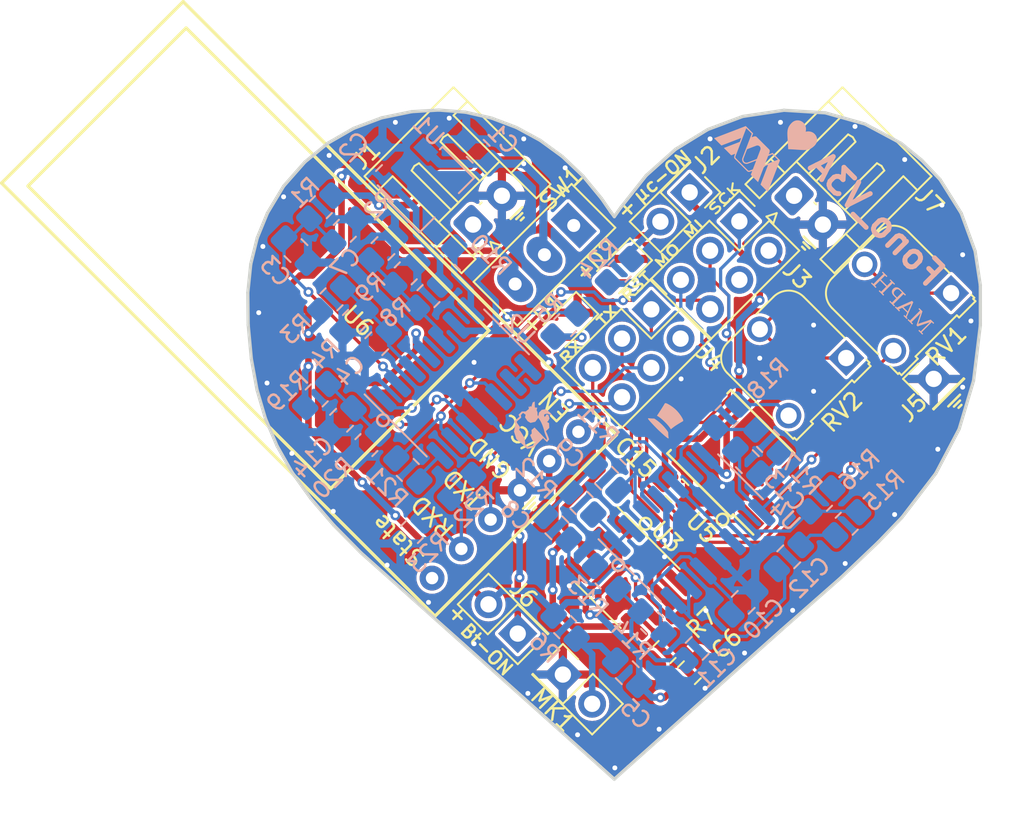
<source format=kicad_pcb>
(kicad_pcb (version 20221018) (generator pcbnew)
  (layers (0 "F.Cu" signal) (31 "B.Cu" signal) (34 "B.Paste" user) (35 "F.Paste" user) (36 "B.SilkS" user "B.Silkscreen") (37 "F.SilkS" user "F.Silkscreen") (38 "B.Mask" user) (39 "F.Mask" user) (44 "Edge.Cuts" user))
  (net 0 "")
  (net 1 "+9V")
  (net 2 "GND")
  (net 3 "+5V")
  (net 4 "Net-(MK1-+)")
  (net 5 "Net-(U2A--)")
  (net 6 "Net-(U2A-+)")
  (net 7 "Net-(U2B-+)")
  (net 8 "Net-(U3--)")
  (net 9 "Net-(C11-Pad1)")
  (net 10 "Net-(D1-A)")
  (net 11 "Net-(D2-A)")
  (net 12 "Net-(J1-Pin_1)")
  (net 13 "SCK{slash}ADC1")
  (net 14 "ADC1")
  (net 15 "MISO")
  (net 16 "Net-(C6-Pad2)")
  (net 17 "MOSI{slash}AREF")
  (net 18 "AREF")
  (net 19 "RESET")
  (net 20 "TX")
  (net 21 "RXD")
  (net 22 "RX")
  (net 23 "TXD")
  (net 24 "Net-(R5-Pad1)")
  (net 25 "2V Vref")
  (net 26 "Net-(U4A--)")
  (net 27 "Net-(U6-RXD)")
  (net 28 "Net-(C12-Pad1)")
  (net 29 "Net-(U4D--)")
  (net 33 "Net-(C13-Pad1)")
  (net 34 "Net-(U4B--)")
  (net 35 "Net-(U2D-+)")
  (net 36 "Net-(U2C--)")
  (net 37 "Net-(C13-Pad2)")
  (net 40 "Net-(R10-Pad1)")
  (net 41 "Net-(R16-Pad1)")
  (net 42 "Net-(R18-Pad1)")
  (net 43 "Net-(R21-Pad1)")
  (net 46 "Net-(U4A-+)")
  (net 47 "Net-(U4C--)")
  (net 48 "Net-(U4D-+)")
  (net 49 "Net-(C8-Pad1)")
  (net 50 "Net-(J2-Pin_1)")
  (net 51 "Net-(J6-Pin_1)")
  (footprint "Package_SO:SOIC-8_3.9x4.9mm_P1.27mm" (layer "F.Cu") (at 102.139076 77.383102 -45)
    (fp_text reference "U3")
    (fp_text value "AD623")
  )
  (footprint "Connector_PinHeader_2.54mm:PinHeader_2x01_P2.54mm_Vertical" (layer "F.Cu") (at 95.389562 80.911562 135)
    (fp_text reference "J6")
    (fp_text value "Conn_02x01")
  )
  (footprint "Connector_PinHeader_2.54mm:PinHeader_2x01_P2.54mm_Vertical" (layer "F.Cu") (at 98.158439 83.426439 -45)
    (fp_text reference "MK1")
    (fp_text value "Microphone_Condenser")
  )
  (footprint "Capacitor_SMD:C_0805_2012Metric_Pad1.18x1.45mm_HandSolder" (layer "F.Cu") (at 105.156 72.136 135)
    (fp_text reference "C15")
    (fp_text value "470n")
  )
  (footprint "Package_SO:SOIC-8W_5.3x5.3mm_P1.27mm" (layer "F.Cu") (at 108.458 69.85 135)
    (fp_text reference "U5")
    (fp_text value "ATtiny85-20S")
  )
  (footprint "Bluetooth:HC-05" (layer "F.Cu") (at 82.590482 60.982431 135)
    (fp_text reference "U6")
    (fp_text value "HC-05")
  )
  (footprint "Resistor_SMD:R_0805_2012Metric_Pad1.20x1.40mm_HandSolder" (layer "F.Cu") (at 104.394 82.042 -135)
    (fp_text reference "R7")
    (fp_text value "39k")
  )
  (footprint "Connector_PinHeader_2.54mm:PinHeader_2x01_P2.54mm_Vertical" (layer "F.Cu") (at 105.936051 53.829949 -135)
    (fp_text reference "J2")
    (fp_text value "Conn_02x01")
  )
  (footprint "Connector_PinHeader_2.54mm:PinHeader_1x01_P2.54mm_Vertical" (layer "F.Cu") (at 120.904 65.278 45)
    (fp_text reference "J5")
    (fp_text value "Conn_01x01")
  )
  (footprint "Potentiometer_THT:Potentiometer_Runtron_RM-065_Vertical" (layer "F.Cu") (at 121.969687 60.014153 -135)
    (fp_text reference "RV1")
    (fp_text value "100k")
  )
  (footprint "Capacitor_SMD:C_0805_2012Metric_Pad1.18x1.45mm_HandSolder" (layer "F.Cu") (at 105.918 83.312 45)
    (fp_text reference "C6")
    (fp_text value "3.3n")
  )
  (footprint "LED_SMD:LED_0805_2012Metric_Pad1.15x1.40mm_HandSolder" (layer "F.Cu") (at 101.637216 58.636784 -135)
    (fp_text reference "D2")
    (fp_text value "LED")
  )
  (footprint "Connector_JST:JST_EH_S2B-EH_1x02_P2.50mm_Horizontal" (layer "F.Cu") (at 112.339639 54.040594 -45)
    (fp_text reference "J7")
    (fp_text value "Conn_01x02")
  )
  (footprint "LED_SMD:LED_0805_2012Metric_Pad1.15x1.40mm_HandSolder" (layer "F.Cu") (at 98.335216 61.938784 -135)
    (fp_text reference "D1")
    (fp_text value "LED")
  )
  (footprint "Switch_SS12D00G4:SW_Slide_1P2T_SS12D00G4" (layer "F.Cu") (at 97.028 57.658 -135)
    (fp_text reference "SW1")
    (fp_text value "SW_SPDT")
  )
  (footprint "Connector_PinHeader_2.54mm:PinHeader_2x03_P2.54mm_Vertical" (layer "F.Cu") (at 103.5812 61.0108 -45)
    (fp_text reference "J4")
    (fp_text value "Conn_02x03_Odd_Even")
  )
  (footprint "Potentiometer_THT:Potentiometer_Runtron_RM-065_Vertical" (layer "F.Cu") (at 115.539301 63.997767 -135)
    (fp_text reference "RV2")
    (fp_text value "100k")
  )
  (footprint "Connector_PinHeader_2.54mm:PinHeader_2x03_P2.54mm_Vertical" (layer "F.Cu") (at 108.984051 55.607949 -45)
    (fp_text reference "J3")
    (fp_text value "Conn_02x03_Odd_Even")
  )
  (footprint "Connector_JST:JST_EH_S2B-EH_1x02_P2.50mm_Horizontal" (layer "F.Cu") (at 92.648594 55.808361 45)
    (fp_text reference "J1")
    (fp_text value "Conn_01x02")
  )
  (footprint "Resistor_SMD:R_0805_2012Metric_Pad1.20x1.40mm_HandSolder" (layer "B.Cu") (at 83.964214 60.397107 -135)
    (fp_text reference "R3")
    (fp_text value "100K")
  )
  (footprint "Package_SO:SOIC-14_3.9x8.7mm_P1.27mm" (layer "B.Cu") (at 91.567834 65.532 -45)
    (fp_text reference "U2")
    (fp_text value "LM324")
  )
  (footprint "Capacitor_SMD:C_0805_2012Metric_Pad1.18x1.45mm_HandSolder" (layer "B.Cu") (at 109.474 70.358 135)
    (fp_text reference "C13")
    (fp_text value "2.2u")
  )
  (footprint "Capacitor_SMD:C_0805_2012Metric_Pad1.18x1.45mm_HandSolder" (layer "B.Cu") (at 81.788 57.404 135)
    (fp_text reference "C3")
    (fp_text value "470n")
  )
  (footprint "Resistor_SMD:R_0805_2012Metric_Pad1.20x1.40mm_HandSolder" (layer "B.Cu") (at 101.637216 58.636784 45)
    (fp_text reference "R24")
    (fp_text value "330")
  )
  (footprint "Resistor_SMD:R_0805_2012Metric_Pad1.20x1.40mm_HandSolder" (layer "B.Cu") (at 92.202 57.912 -45)
    (fp_text reference "R10")
    (fp_text value "50")
  )
  (footprint "Capacitor_SMD:C_0805_2012Metric_Pad1.18x1.45mm_HandSolder" (layer "B.Cu") (at 86.741 63.119 45)
    (fp_text reference "C4")
    (fp_text value "470n")
  )
  (footprint "Resistor_SMD:R_0805_2012Metric_Pad1.20x1.40mm_HandSolder" (layer "B.Cu") (at 110.744 69.088 -45)
    (fp_text reference "R17")
    (fp_text value "10k")
  )
  (footprint "Resistor_SMD:R_0805_2012Metric_Pad1.20x1.40mm_HandSolder" (layer "B.Cu") (at 115.57 74.168 -135)
    (fp_text reference "R15")
    (fp_text value "10k")
  )
  (footprint "Capacitor_SMD:C_0805_2012Metric_Pad1.18x1.45mm_HandSolder" (layer "B.Cu") (at 92.964 51.308 135)
    (fp_text reference "C1")
    (fp_text value "330nf")
  )
  (footprint "Resistor_SMD:R_0805_2012Metric_Pad1.20x1.40mm_HandSolder" (layer "B.Cu") (at 113.991107 72.698893 -135)
    (fp_text reference "R16")
    (fp_text value "10k")
  )
  (footprint "Resistor_SMD:R_0805_2012Metric_Pad1.20x1.40mm_HandSolder" (layer "B.Cu") (at 99.314 72.898 -45)
    (fp_text reference "R12")
    (fp_text value "4.7k")
  )
  (footprint "Resistor_SMD:R_0805_2012Metric_Pad1.20x1.40mm_HandSolder" (layer "B.Cu") (at 98.298 80.518 135)
    (fp_text reference "R6")
    (fp_text value "6.8k")
  )
  (footprint "Capacitor_SMD:C_0805_2012Metric_Pad1.18x1.45mm_HandSolder" (layer "B.Cu") (at 97.79 74.422 -45)
    (fp_text reference "C8")
    (fp_text value "2.2u")
  )
  (footprint "Capacitor_SMD:C_0805_2012Metric_Pad1.18x1.45mm_HandSolder" (layer "B.Cu") (at 87.122 57.277 -135)
    (fp_text reference "C7")
    (fp_text value "470n")
  )
  (footprint "Capacitor_SMD:C_0805_2012Metric_Pad1.18x1.45mm_HandSolder" (layer "B.Cu") (at 86.36 51.816 45)
    (fp_text reference "C2")
    (fp_text value "100nf")
  )
  (footprint "Resistor_SMD:R_0805_2012Metric_Pad1.20x1.40mm_HandSolder" (layer "B.Cu") (at 88.646 70.866 135)
    (fp_text reference "R21")
    (fp_text value "50")
  )
  (footprint "Package_SO:SOIC-14_3.9x8.7mm_P1.27mm" (layer "B.Cu") (at 105.918 74.422 -45)
    (fp_text reference "U4")
    (fp_text value "LM324")
  )
  (footprint "Resistor_SMD:R_0805_2012Metric_Pad1.20x1.40mm_HandSolder" (layer "B.Cu") (at 98.298 61.976 -135)
    (fp_text reference "R5")
    (fp_text value "330")
  )
  (footprint "Resistor_SMD:R_0805_2012Metric_Pad1.20x1.40mm_HandSolder" (layer "B.Cu") (at 86.106 69.342 45)
    (fp_text reference "R20")
    (fp_text value "200k")
  )
  (footprint "Resistor_SMD:R_0805_2012Metric_Pad1.20x1.40mm_HandSolder" (layer "B.Cu") (at 88.9 74.676 -135)
    (fp_text reference "R23")
    (fp_text value "200k")
  )
  (footprint "Resistor_SMD:R_0805_2012Metric_Pad1.20x1.40mm_HandSolder" (layer "B.Cu") (at 85.344 61.722 45)
    (fp_text reference "R4")
    (fp_text value "100K")
  )
  (footprint "Resistor_SMD:R_0805_2012Metric_Pad1.20x1.40mm_HandSolder" (layer "B.Cu") (at 102.362 69.85 135)
    (fp_text reference "R11")
    (fp_text value "15k")
  )
  (footprint "Resistor_SMD:R_0805_2012Metric_Pad1.20x1.40mm_HandSolder" (layer "B.Cu") (at 108.204 67.564 -135)
    (fp_text reference "R18")
    (fp_text value "10k")
  )
  (footprint "Resistor_SMD:R_0805_2012Metric_Pad1.20x1.40mm_HandSolder" (layer "B.Cu") (at 88.519 58.801 -135)
    (fp_text reference "R9")
    (fp_text value "51k")
  )
  (footprint "Resistor_SMD:R_0805_2012Metric_Pad1.20x1.40mm_HandSolder" (layer "B.Cu") (at 100.838 77.47 -45)
    (fp_text reference "R13")
    (fp_text value "1.2k")
  )
  (footprint "Resistor_SMD:R_0805_2012Metric_Pad1.20x1.40mm_HandSolder" (layer "B.Cu") (at 89.916 60.198 45)
    (fp_text reference "R8")
    (fp_text value "75k")
  )
  (footprint "Resistor_SMD:R_0805_2012Metric_Pad1.20x1.40mm_HandSolder" (layer "B.Cu") (at 91.948 71.882 -135)
    (fp_text reference "R22")
    (fp_text value "100k")
  )
  (footprint "Capacitor_SMD:C_0805_2012Metric_Pad1.18x1.45mm_HandSolder" (layer "B.Cu") (at 100.838 71.374 -45)
    (fp_text reference "C9")
    (fp_text value "470n")
  )
  (footprint "Package_TO_SOT_SMD:SOT-89-3" (layer "B.Cu") (at 90.069518 53.658198 -45)
    (fp_text reference "U1")
    (fp_text value "L78L05_SOT89")
  )
  (footprint "Capacitor_SMD:C_0805_2012Metric_Pad1.18x1.45mm_HandSolder" (layer "B.Cu") (at 84.582 67.818 45)
    (fp_text reference "C14")
    (fp_text value "470n")
  )
  (footprint "Resistor_SMD:R_0805_2012Metric_Pad1.20x1.40mm_HandSolder" (layer "B.Cu") (at 84.781107 56.188893 -135)
    (fp_text reference "R2")
    (fp_text value "51K")
  )
  (footprint "Resistor_SMD:R_0805_2012Metric_Pad1.20x1.40mm_HandSolder" (layer "B.Cu") (at 103.632 80.264 -45)
    (fp_text reference "R14")
    (fp_text value "10k")
  )
  (footprint "Capacitor_SMD:C_0805_2012Metric_Pad1.18x1.45mm_HandSolder" (layer "B.Cu") (at 106.397623 81.816377 45)
    (fp_text reference "C11")
    (fp_text value "100n")
  )
  (footprint "Capacitor_SMD:C_0805_2012Metric_Pad1.18x1.45mm_HandSolder" (layer "B.Cu") (at 102.108 83.312 -45)
    (fp_text reference "C5")
    (fp_text value "2.2u")
  )
  (footprint "Resistor_SMD:R_0805_2012Metric_Pad1.20x1.40mm_HandSolder" (layer "B.Cu") (at 83.058 66.294 -135)
    (fp_text reference "R19")
    (fp_text value "100k")
  )
  (footprint "Resistor_SMD:R_0805_2012Metric_Pad1.20x1.40mm_HandSolder" (layer "B.Cu") (at 83.312 54.737 45)
    (fp_text reference "R1")
    (fp_text value "100K")
  )
  (footprint "Capacitor_SMD:C_0805_2012Metric_Pad1.18x1.45mm_HandSolder" (layer "B.Cu") (at 112.014 76.2 -135)
    (fp_text reference "C12")
    (fp_text value "2.2u")
  )
  (footprint "Capacitor_SMD:C_0805_2012Metric_Pad1.18x1.45mm_HandSolder" (layer "B.Cu") (at 109.22 78.994 -135)
    (fp_text reference "C10")
    (fp_text value "22n")
  )
  (gr_poly (pts (xy 109.786709 50.323186) (xy 109.769313 50.36801) (xy 109.755033 50.405542) (xy 109.745344 50.43185) (xy 109.742683 50.439566) (xy 109.741722 50.443002) (xy 109.741808 50.443247) (xy 109.742092 50.443411) (xy 109.742567 50.443502) (xy 109.743228 50.443515) (xy 109.745089 50.443324) (xy 109.747637 50.442852) (xy 109.750833 50.442107) (xy 109.754639 50.441107) (xy 109.759013 50.439862) (xy 109.763919 50.43838) (xy 109.775167 50.434762) (xy 109.788071 50.430356) (xy 109.802322 50.425256) (xy 109.817607 50.419553) (xy 109.833147 50.413761) (xy 109.847683 50.408599) (xy 109.861303 50.404052) (xy 109.874086 50.40011) (xy 109.886119 50.396761) (xy 109.897481 50.393996) (xy 109.908255 50.391803) (xy 109.918529 50.39017) (xy 109.928378 50.389086) (xy 109.937893 50.388541) (xy 109.947152 50.388521) (xy 109.956238 50.38902) (xy 109.965233 50.390021) (xy 109.974226 50.391516) (xy 109.983292 50.393494) (xy 109.99252 50.395943) (xy 110.023617 50.404869) (xy 110.831843 51.213094) (xy 110.840635 51.240252) (xy 110.842142 51.245241) (xy 110.84347 51.250342) (xy 110.844617 51.255556) (xy 110.84558 51.26089) (xy 110.846363 51.266349) (xy 110.846961 51.271936) (xy 110.847374 51.27766) (xy 110.847602 51.283518) (xy 110.847642 51.289521) (xy 110.847496 51.295672) (xy 110.846638 51.308437) (xy 110.84502 51.321852) (xy 110.842632 51.33595) (xy 110.839469 51.350771) (xy 110.835526 51.366352) (xy 110.830793 51.382732) (xy 110.825263 51.399948) (xy 110.818931 51.418036) (xy 110.811786 51.437033) (xy 110.803822 51.45698) (xy 110.795035 51.477913) (xy 110.794305 51.479674) (xy 110.793655 51.481381) (xy 110.793085 51.483027) (xy 110.79259 51.484597) (xy 110.792176 51.486091) (xy 110.791844 51.487498) (xy 110.791593 51.488805) (xy 110.791427 51.490005) (xy 110.791343 51.491094) (xy 110.791345 51.492057) (xy 110.791431 51.492889) (xy 110.791605 51.493582) (xy 110.791724 51.493874) (xy 110.791866 51.494125) (xy 110.792031 51.494338) (xy 110.792217 51.494512) (xy 110.792425 51.49464) (xy 110.792656 51.49473) (xy 110.792909 51.494776) (xy 110.793186 51.494774) (xy 110.79435 51.494499) (xy 110.79665 51.493781) (xy 110.804408 51.491107) (xy 110.830839 51.481455) (xy 110.868528 51.467286) (xy 110.913524 51.450061) (xy 111.028281 51.405795) (xy 111.25333 51.632714) (xy 111.478381 51.859631) (xy 111.278862 52.378535) (xy 110.912172 53.332686) (xy 110.737954 53.785218) (xy 110.730914 53.802501) (xy 110.281375 53.352962) (xy 110.297114 53.310702) (xy 110.527941 52.708986) (xy 110.679919 52.312381) (xy 110.743281 52.144466) (xy 110.743139 52.144266) (xy 110.742692 52.144187) (xy 110.74091 52.144381) (xy 110.737997 52.145029) (xy 110.734013 52.146106) (xy 110.723075 52.149476) (xy 110.708582 52.154321) (xy 110.691026 52.160474) (xy 110.670885 52.167773) (xy 110.648651 52.176043) (xy 110.624805 52.185126) (xy 110.506072 52.230847) (xy 110.329948 52.688839) (xy 110.142926 53.175224) (xy 110.132034 53.203623) (xy 109.680801 52.752386) (xy 109.725539 52.638098) (xy 109.742925 52.593287) (xy 109.757191 52.55576) (xy 109.766868 52.52945) (xy 109.769523 52.52173) (xy 109.770475 52.518289) (xy 109.770388 52.518042) (xy 109.770102 52.517875) (xy 109.769625 52.517784) (xy 109.768961 52.51777) (xy 109.767099 52.517957) (xy 109.764548 52.518427) (xy 109.761345 52.519167) (xy 109.757541 52.520166) (xy 109.753163 52.521409) (xy 109.748256 52.522888) (xy 109.737003 52.526501) (xy 109.724097 52.530904) (xy 109.709843 52.536004) (xy 109.694558 52.541706) (xy 109.679018 52.547497) (xy 109.66448 52.552661) (xy 109.65086 52.557207) (xy 109.638076 52.561149) (xy 109.626046 52.564498) (xy 109.614683 52.567262) (xy 109.603906 52.569453) (xy 109.593636 52.571088) (xy 109.583781 52.57217) (xy 109.57427 52.572718) (xy 109.565011 52.572736) (xy 109.555925 52.572239) (xy 109.546927 52.571237) (xy 109.537937 52.569742) (xy 109.528869 52.567764) (xy 109.519642 52.565316) (xy 109.488544 52.556388) (xy 108.680322 51.748165) (xy 108.67153 51.721004) (xy 108.670021 51.716016) (xy 108.668693 51.710917) (xy 108.667548 51.705702) (xy 108.666581 51.700369) (xy 108.6658 51.694909) (xy 108.665203 51.689321) (xy 108.664791 51.683598) (xy 108.664562 51.67774) (xy 108.664521 51.671737) (xy 108.664667 51.665584) (xy 108.665525 51.65282) (xy 108.667148 51.639406) (xy 108.669532 51.625308) (xy 108.672695 51.610488) (xy 108.676638 51.594905) (xy 108.681372 51.578526) (xy 108.686901 51.56131) (xy 108.693234 51.543222) (xy 108.700379 51.524223) (xy 108.708342 51.504277) (xy 108.717131 51.483344) (xy 108.717858 51.481581) (xy 108.718507 51.479876) (xy 108.719079 51.478232) (xy 108.71957 51.476655) (xy 108.719982 51.475162) (xy 108.720312 51.473755) (xy 108.720564 51.472445) (xy 108.720726 51.471241) (xy 108.720809 51.470152) (xy 108.720804 51.469186) (xy 108.720716 51.46835) (xy 108.720537 51.467654) (xy 108.720417 51.467363) (xy 108.720273 51.467109) (xy 108.720109 51.466894) (xy 108.71992 51.466719) (xy 108.71971 51.466587) (xy 108.719478 51.466497) (xy 108.719222 51.46645) (xy 108.718944 51.466448) (xy 108.717778 51.466722) (xy 108.715476 51.467435) (xy 108.707715 51.470102) (xy 108.681288 51.479743) (xy 108.643614 51.493908) (xy 108.598642 51.511126) (xy 108.483955 51.55539) (xy 108.03326 51.104847) (xy 108.056068 51.095848) (xy 108.542177 50.908829) (xy 109.005479 50.730807) (xy 109.051787 50.611992) (xy 109.069337 50.565874) (xy 109.082878 50.528139) (xy 109.087729 50.513628) (xy 109.091077 50.502676) (xy 109.092755 50.495766) (xy 109.092916 50.493977) (xy 109.092815 50.493527) (xy 109.092593 50.493381) (xy 109.044625 50.511108) (xy 108.918083 50.559218) (xy 108.506236 50.717213) (xy 107.904276 50.947798) (xy 107.883173 50.954757) (xy 107.434211 50.505795) (xy 107.451457 50.498722) (xy 107.976975 50.296462) (xy 108.931292 49.929935) (xy 109.301647 49.787666) (xy 109.408444 49.894462) (xy 109.26184 50.275451) (xy 108.745883 51.620776) (xy 108.74429 51.62578) (xy 108.74289 51.630783) (xy 108.741692 51.635781) (xy 108.740694 51.640775) (xy 108.739892 51.645761) (xy 108.73929 51.650738) (xy 108.738885 51.655698) (xy 108.738679 51.660642) (xy 108.738673 51.665566) (xy 108.738864 51.67047) (xy 108.739254 51.675346) (xy 108.739843 51.680196) (xy 108.740633 51.685016) (xy 108.741621 51.689803) (xy 108.742805 51.694554) (xy 108.74419 51.699262) (xy 108.744762 51.700777) (xy 108.745616 51.702518) (xy 108.748345 51.706883) (xy 108.752758 51.71274) (xy 108.759227 51.720478) (xy 108.768132 51.730486) (xy 108.779849 51.743148) (xy 108.794752 51.758856) (xy 108.813218 51.777995) (xy 108.862348 51.828122) (xy 108.930248 51.896625) (xy 109.019928 51.98661) (xy 109.134404 52.101174) (xy 109.34111 52.307547) (xy 109.459657 52.424504) (xy 109.51646 52.47768) (xy 109.529969 52.48836) (xy 109.53795 52.492709) (xy 109.537951 52.492711) (xy 109.540899 52.493712) (xy 109.543843 52.494611) (xy 109.546796 52.495401) (xy 109.549777 52.496083) (xy 109.552796 52.496651) (xy 109.555873 52.497102) (xy 109.559022 52.497432) (xy 109.562258 52.497641) (xy 109.565597 52.49772) (xy 109.56905 52.497672) (xy 109.572641 52.497488) (xy 109.576376 52.497169) (xy 109.580276 52.496711) (xy 109.584354 52.496109) (xy 109.588631 52.495363) (xy 109.593113 52.494464) (xy 109.597823 52.493413) (xy 109.602771 52.49221) (xy 109.613451 52.489318) (xy 109.625278 52.485766) (xy 109.638369 52.481522) (xy 109.652855 52.476568) (xy 109.668851 52.470871) (xy 109.686485 52.464408) (xy 109.705878 52.457153) (xy 109.810129 52.417838) (xy 109.898664 52.1864) (xy 109.965781 52.011589) (xy 110.002821 51.916296) (xy 110.005848 51.908533) (xy 110.008458 51.901301) (xy 110.010607 51.894752) (xy 110.012258 51.889051) (xy 110.012882 51.886567) (xy 110.013366 51.884352) (xy 110.013702 51.882426) (xy 110.013887 51.880812) (xy 110.013918 51.879528) (xy 110.013784 51.878591) (xy 110.013655 51.87826) (xy 110.013487 51.878024) (xy 110.013271 51.877884) (xy 110.013013 51.877845) (xy 110.007019 51.879782) (xy 109.991947 51.885249) (xy 109.938608 51.90525) (xy 109.861051 51.934797) (xy 109.767342 51.970838) (xy 109.587795 52.039403) (xy 109.52549 52.062629) (xy 109.493476 52.07397) (xy 109.484497 52.07653) (xy 109.475397 52.078717) (xy 109.466191 52.080539) (xy 109.456893 52.081994) (xy 109.447517 52.083094) (xy 109.43808 52.083839) (xy 109.428593 52.084234) (xy 109.41907 52.084281) (xy 109.409529 52.083989) (xy 109.399981 52.083357) (xy 109.390443 52.082395) (xy 109.380925 52.0811) (xy 109.371444 52.079483) (xy 109.362016 52.077544) (xy 109.352651 52.075289) (xy 109.343366 52.072721) (xy 109.334175 52.069844) (xy 109.325093 52.066666) (xy 109.316132 52.063184) (xy 109.307308 52.059409) (xy 109.298635 52.055343) (xy 109.290127 52.050991) (xy 109.281799 52.046352) (xy 109.273664 52.041437) (xy 109.265737 52.036248) (xy 109.258032 52.030786) (xy 109.250564 52.02506) (xy 109.243345 52.019071) (xy 109.236394 52.012826) (xy 109.229718 52.006325) (xy 109.223338 51.999576) (xy 109.217267 51.992583) (xy 109.206583 51.978855) (xy 109.196811 51.964504) (xy 109.187964 51.949602) (xy 109.180057 51.934218) (xy 109.173104 51.918425) (xy 109.167119 51.902291) (xy 109.162119 51.885887) (xy 109.158119 51.869288) (xy 109.15513 51.852556) (xy 109.153171 51.835767) (xy 109.152254 51.818991) (xy 109.152397 51.802299) (xy 109.153612 51.78576) (xy 109.155914 51.769446) (xy 109.159319 51.753424) (xy 109.16384 51.737769) (xy 109.182387 51.688153) (xy 109.247173 51.51871) (xy 109.398882 51.123553) (xy 109.45855 51.183218) (xy 109.424248 51.269031) (xy 109.351016 51.457587) (xy 109.275876 51.653054) (xy 109.235859 51.759595) (xy 109.234075 51.7657) (xy 109.232565 51.772482) (xy 109.23133 51.779846) (xy 109.230367 51.787696) (xy 109.229673 51.795934) (xy 109.229243 51.80446) (xy 109.22908 51.813182) (xy 109.229174 51.822001) (xy 109.229531 51.830819) (xy 109.230144 51.839542) (xy 109.231008 51.848072) (xy 109.232126 51.856309) (xy 109.233493 51.864162) (xy 109.235104 51.871528) (xy 109.236962 51.878316) (xy 109.23906 51.884424) (xy 109.242794 51.893441) (xy 109.246918 51.902189) (xy 109.251425 51.910666) (xy 109.25631 51.918865) (xy 109.26157 51.926779) (xy 109.267194 51.934402) (xy 109.273184 51.941731) (xy 109.279528 51.948757) (xy 109.286223 51.955476) (xy 109.293266 51.96188) (xy 109.300644 51.967966) (xy 109.30836 51.973726) (xy 109.316402 51.979154) (xy 109.32477 51.984246) (xy 109.333452 51.988994) (xy 109.342447 51.993392) (xy 109.349196 51.996207) (xy 109.356551 51.998721) (xy 109.364426 52.000925) (xy 109.372743 52.002824) (xy 109.381422 52.004407) (xy 109.390385 52.005671) (xy 109.399547 52.006615) (xy 109.40883 52.007234) (xy 109.418152 52.007523) (xy 109.427435 52.007481) (xy 109.436596 52.0071) (xy 109.445554 52.006375) (xy 109.45423 52.005308) (xy 109.462544 52.003892) (xy 109.470417 52.002122) (xy 109.477764 51.999995) (xy 109.584449 51.960208) (xy 109.779633 51.885384) (xy 109.967895 51.812327) (xy 110.053813 51.777842) (xy 110.08822 51.691858) (xy 110.161226 51.503354) (xy 110.236 51.308) (xy 110.275703 51.201474) (xy 110.27736 51.195762) (xy 110.27881 51.18943) (xy 110.280053 51.182569) (xy 110.281088 51.17527) (xy 110.281913 51.167623) (xy 110.282527 51.159716) (xy 110.282932 51.151643) (xy 110.283125 51.143492) (xy 110.283106 51.135354) (xy 110.282871 51.127317) (xy 110.282665 51.123766) (xy 110.753654 51.594754) (xy 110.74645 51.610807) (xy 110.729711 51.651968) (xy 110.676693 51.786391) (xy 110.612747 51.951541) (xy 110.556011 52.100955) (xy 110.542785 52.136371) (xy 110.558806 52.129944) (xy 110.953399 51.978234) (xy 111.338668 51.830222) (xy 111.339056 51.829924) (xy 111.339209 51.829423) (xy 111.339114 51.828709) (xy 111.338761 51.827772) (xy 111.338138 51.826596) (xy 111.337232 51.82517) (xy 111.33453 51.821524) (xy 111.330561 51.816734) (xy 111.32523 51.810702) (xy 111.318448 51.803332) (xy 111.310118 51.794526) (xy 111.300147 51.784187) (xy 111.288442 51.772215) (xy 111.259462 51.74299) (xy 111.222432 51.706069) (xy 111.176604 51.660675) (xy 111.007834 51.493854) (xy 110.883549 51.541692) (xy 110.834849 51.560678) (xy 110.794126 51.577011) (xy 110.765639 51.588949) (xy 110.757319 51.592727) (xy 110.753654 51.594754) (xy 110.282665 51.123766) (xy 110.282421 51.119474) (xy 110.281757 51.111915) (xy 110.280873 51.10473) (xy 110.279774 51.098009) (xy 110.278457 51.091839) (xy 110.276917 51.086318) (xy 110.273741 51.077355) (xy 110.269937 51.068416) (xy 110.265547 51.059535) (xy 110.260608 51.050758) (xy 110.255156 51.042125) (xy 110.249232 51.033681) (xy 110.242869 51.025464) (xy 110.236111 51.017522) (xy 110.228986 51.009892) (xy 110.221541 51.002618) (xy 110.213807 50.995743) (xy 110.205827 50.989309) (xy 110.197635 50.983355) (xy 110.189268 50.977928) (xy 110.180765 50.973067) (xy 110.172165 50.968813) (xy 110.165 50.965837) (xy 110.157303 50.963174) (xy 110.149151 50.960827) (xy 110.140616 50.958805) (xy 110.13177 50.957105) (xy 110.122688 50.95574) (xy 110.11344 50.954705) (xy 110.104104 50.954012) (xy 110.094747 50.953658) (xy 110.085445 50.953652) (xy 110.076274 50.953995) (xy 110.067304 50.954696) (xy 110.058606 50.955751) (xy 110.050258 50.957171) (xy 110.042329 50.958962) (xy 110.034896 50.961118) (xy 109.928564 51.000795) (xy 109.733192 51.07565) (xy 109.544588 51.148763) (xy 109.45855 51.183218) (xy 109.398882 51.123553) (xy 109.615861 50.558376) (xy 109.703904 50.327632) (xy 109.730717 50.256169) (xy 109.740602 50.228414) (xy 109.739755 50.226997) (xy 109.737238 50.223946) (xy 109.727547 50.213302) (xy 109.712205 50.197175) (xy 109.691893 50.176259) (xy 109.639093 50.122856) (xy 109.574595 50.058662) (xy 109.408444 49.894462) (xy 109.301647 49.787666) (xy 109.377338 49.75859) (xy 109.604401 49.983724) (xy 109.831466 50.208858)) (fill solid) (layer "B.SilkS"))
  (gr_poly (pts (xy 97.406449 67.377659) (xy 97.509202 67.488792) (xy 97.394464 67.473836) (xy 97.370891 67.470334) (xy 97.347889 67.46611) (xy 97.32604 67.46132) (xy 97.30591 67.456125) (xy 97.296672 67.453427) (xy 97.288079 67.450688) (xy 97.280206 67.447926) (xy 97.27312 67.445169) (xy 97.266901 67.442433) (xy 97.261617 67.439733) (xy 97.257333 67.437097) (xy 97.254132 67.434538) (xy 97.252704 67.433306) (xy 97.251075 67.432122) (xy 97.249249 67.430981) (xy 97.247228 67.429887) (xy 97.24264 67.427853) (xy 97.237377 67.426021) (xy 97.231493 67.424389) (xy 97.225039 67.422978) (xy 97.218083 67.421787) (xy 97.210678 67.42082) (xy 97.202881 67.420087) (xy 97.194745 67.419592) (xy 97.186338 67.419346) (xy 97.177711 67.419351) (xy 97.168919 67.419614) (xy 97.160022 67.420144) (xy 97.151079 67.420943) (xy 97.142146 67.422023) (xy 97.133175 67.423389) (xy 97.124119 67.425035) (xy 97.115041 67.426939) (xy 97.106001 67.429075) (xy 97.097061 67.431428) (xy 97.088279 67.433967) (xy 97.079723 67.436682) (xy 97.071445 67.43954) (xy 97.063517 67.44252) (xy 97.05599 67.445604) (xy 97.048933 67.448772) (xy 97.042404 67.451995) (xy 97.036462 67.455259) (xy 97.031173 67.45853) (xy 97.026591 67.461801) (xy 97.022782 67.465035) (xy 97.021132 67.466719) (xy 97.019576 67.46854) (xy 97.018107 67.470497) (xy 97.016733 67.472586) (xy 97.015458 67.474798) (xy 97.014273 67.477122) (xy 97.013188 67.479562) (xy 97.012194 67.482111) (xy 97.011298 67.484753) (xy 97.010497 67.487489) (xy 97.009184 67.493221) (xy 97.008263 67.49925) (xy 97.007727 67.505534) (xy 97.007585 67.512022) (xy 97.007842 67.518663) (xy 97.008496 67.525417) (xy 97.009551 67.532229) (xy 97.011006 67.53905) (xy 97.012869 67.545836) (xy 97.01514 67.552536) (xy 97.017822 67.559104) (xy 97.045826 67.621988) (xy 97.104691 67.535301) (xy 97.163553 67.448613) (xy 97.219622 67.473585) (xy 97.27569 67.498554) (xy 97.307203 67.60264) (xy 97.338719 67.706725) (xy 97.300067 67.785378) (xy 97.295929 67.793522) (xy 97.291509 67.801713) (xy 97.281998 67.818) (xy 97.271847 67.833802) (xy 97.261374 67.848691) (xy 97.256115 67.855656) (xy 97.250897 67.862234) (xy 97.245756 67.868365) (xy 97.240735 67.874001) (xy 97.235871 67.879082) (xy 97.231201 67.883557) (xy 97.226773 67.887376) (xy 97.222622 67.890482) (xy 97.183826 67.916938) (xy 97.247965 67.954483) (xy 97.312103 67.992032) (xy 97.31768 68.138677) (xy 97.323251 68.285318) (xy 97.122133 68.486438) (xy 97.200339 68.674832) (xy 97.232139 68.753192) (xy 97.260913 68.827282) (xy 97.283492 68.888743) (xy 97.291476 68.912132) (xy 97.296728 68.929234) (xy 97.31491 68.99524) (xy 97.249446 69.078464) (xy 97.183982 69.161691) (xy 97.062817 69.040591) (xy 96.941651 68.91949) (xy 96.659515 69.202144) (xy 96.377386 69.484797) (xy 96.173224 69.532311) (xy 95.969063 69.579826) (xy 95.837731 69.446335) (xy 95.807305 69.416119) (xy 95.771099 69.381354) (xy 95.686762 69.303106) (xy 95.595531 69.221436) (xy 95.550713 69.182396) (xy 95.508223 69.146196) (xy 95.310044 68.979552) (xy 95.234873 68.746026) (xy 95.159697 68.512506) (xy 95.206538 68.278714) (xy 95.253382 68.044923) (xy 95.208045 67.968512) (xy 95.162709 67.8921) (xy 95.493442 67.599136) (xy 95.466004 67.53753) (xy 95.438569 67.475925) (xy 95.503329 67.411162) (xy 95.587517 67.495353) (xy 95.595048 67.576396) (xy 95.602584 67.657437) (xy 95.451775 67.789828) (xy 95.300971 67.922219) (xy 95.337439 67.969938) (xy 95.358449 67.997978) (xy 95.388686 68.039047) (xy 95.460688 68.13819) (xy 95.54747 68.25872) (xy 95.509821 68.331378) (xy 95.472174 68.404038) (xy 95.520515 68.452372) (xy 95.526084 68.458391) (xy 95.532755 68.466381) (xy 95.549066 68.487754) (xy 95.568742 68.515438) (xy 95.591073 68.548364) (xy 95.615349 68.585472) (xy 95.640871 68.625697) (xy 95.666936 68.667982) (xy 95.692823 68.711263) (xy 95.816793 68.921814) (xy 95.833497 69.101552) (xy 95.850202 69.28129) (xy 95.93313 69.366742) (xy 96.01606 69.452193) (xy 96.194991 69.403352) (xy 96.194991 69.403353) (xy 96.373919 69.354511) (xy 96.380704 69.281516) (xy 96.387489 69.208521) (xy 96.455791 69.17789) (xy 96.524093 69.147256) (xy 96.453674 69.146997) (xy 96.44624 69.146712) (xy 96.43851 69.145926) (xy 96.43054 69.144662) (xy 96.422392 69.142953) (xy 96.41413 69.140819) (xy 96.405813 69.138292) (xy 96.397507 69.135388) (xy 96.38927 69.132141) (xy 96.381165 69.12857) (xy 96.373256 69.124709) (xy 96.365598 69.120579) (xy 96.358261 69.116202) (xy 96.351298 69.111611) (xy 96.344781 69.106829) (xy 96.338763 69.101879) (xy 96.333311 69.096789) (xy 96.327872 69.090884) (xy 96.321897 69.083533) (xy 96.315445 69.074847) (xy 96.308576 69.064932) (xy 96.301353 69.053896) (xy 96.293837 69.041841) (xy 96.278156 69.015116) (xy 96.262017 68.985601) (xy 96.245904 68.954154) (xy 96.230301 68.921633) (xy 96.215683 68.888879) (xy 96.148004 68.730917) (xy 96.245467 68.633457) (xy 96.240004 68.523943) (xy 96.234545 68.414428) (xy 96.328545 68.337183) (xy 96.422546 68.259934) (xy 96.785864 68.640296) (xy 97.149181 69.020654) (xy 97.174934 68.994898) (xy 97.176148 68.993341) (xy 97.177128 68.991324) (xy 97.177882 68.988867) (xy 97.17841 68.985985) (xy 97.178722 68.982682) (xy 97.178815 68.978981) (xy 97.178698 68.974894) (xy 97.178372 68.97043) (xy 97.177103 68.960431) (xy 97.175047 68.949095) (xy 97.172231 68.93653) (xy 97.168682 68.922841) (xy 97.164427 68.908137) (xy 97.159503 68.892522) (xy 97.153935 68.876108) (xy 97.147753 68.858997) (xy 97.140987 68.8413) (xy 97.133664 68.823124) (xy 97.125818 68.804575) (xy 97.11747 68.785762) (xy 97.100289 68.746297) (xy 97.083351 68.704409) (xy 97.067101 68.661371) (xy 97.05197 68.618465) (xy 97.038394 68.576972) (xy 97.026808 68.538167) (xy 97.017649 68.503337) (xy 97.011349 68.473756) (xy 97.005068 68.443526) (xy 96.995952 68.40684) (xy 96.984439 68.365109) (xy 96.970963 68.319735) (xy 96.955947 68.272138) (xy 96.939837 68.223718) (xy 96.923054 68.175888) (xy 96.906031 68.130062) (xy 96.887689 68.084325) (xy 96.86713 68.03676) (xy 96.845044 67.988758) (xy 96.822135 67.941708) (xy 96.799092 67.897006) (xy 96.776617 67.856037) (xy 96.755406 67.820197) (xy 96.736156 67.790871) (xy 96.648699 67.666752) (xy 96.557974 67.789251) (xy 96.467245 67.911752) (xy 96.320235 67.945646) (xy 96.173224 67.979536) (xy 96.084136 67.926196) (xy 95.995049 67.872857) (xy 95.914893 67.755682) (xy 95.834736 67.638502) (xy 95.85355 67.557103) (xy 95.872365 67.475705) (xy 95.793395 67.422077) (xy 95.714419 67.368453) (xy 95.587517 67.495353) (xy 95.503329 67.411162) (xy 95.636774 67.277719) (xy 95.75736 67.27772) (xy 95.877942 67.277719) (xy 95.975181 67.200879) (xy 96.072418 67.124038) (xy 96.059707 67.041167) (xy 96.046995 66.958297) (xy 96.11716 67.02846) (xy 96.126966 66.986935) (xy 96.136767 66.945406) (xy 96.179364 66.966703) (xy 96.221963 66.987999) (xy 96.264549 66.854206) (xy 96.307135 66.720406) (xy 96.370459 66.692205) (xy 96.433787 66.664002) (xy 96.436656 66.847816) (xy 96.439526 67.031631) (xy 96.515081 67.038652) (xy 96.590636 67.045677) (xy 96.563702 67.134622) (xy 96.561152 67.143875) (xy 96.559045 67.153239) (xy 96.557377 67.162656) (xy 96.556148 67.172061) (xy 96.555347 67.181383) (xy 96.554976 67.190564) (xy 96.55502 67.199537) (xy 96.55548 67.208238) (xy 96.556355 67.216604) (xy 96.557633 67.22457) (xy 96.559309 67.232065) (xy 96.561386 67.239035) (xy 96.563848 67.245413) (xy 96.566696 67.251129) (xy 96.568264 67.253718) (xy 96.569927 67.25612) (xy 96.571684 67.258327) (xy 96.573531 67.260324) (xy 96.575408 67.262352) (xy 96.577247 67.264628) (xy 96.580807 67.269893) (xy 96.584191 67.276056) (xy 96.587385 67.283036) (xy 96.590367 67.290764) (xy 96.593133 67.299166) (xy 96.595656 67.308166) (xy 96.597927 67.317694) (xy 96.599923 67.327673) (xy 96.601634 67.338034) (xy 96.603041 67.348694) (xy 96.604126 67.359591) (xy 96.604879 67.370643) (xy 96.605276 67.381779) (xy 96.605308 67.392925) (xy 96.604957 67.404004) (xy 96.604543 67.415026) (xy 96.604403 67.426) (xy 96.604517 67.436849) (xy 96.604884 67.447519) (xy 96.605486 67.457929) (xy 96.606316 67.468018) (xy 96.607368 67.47771) (xy 96.608624 67.486952) (xy 96.610077 67.495664) (xy 96.611719 67.50378) (xy 96.613539 67.511242) (xy 96.615526 67.517967) (xy 96.617664 67.523901) (xy 96.619955 67.528966) (xy 96.62238 67.533097) (xy 96.623637 67.534795) (xy 96.62493 67.536229) (xy 96.650235 67.561534) (xy 96.668918 67.455479) (xy 96.687606 67.349421) (xy 96.859069 67.177957) (xy 96.961475 67.159915) (xy 97.063882 67.141874) (xy 97.18379 67.204203) (xy 97.196537 67.211129) (xy 97.209971 67.218994) (xy 97.238455 67.237172) (xy 97.268319 67.258035) (xy 97.298657 67.280865) (xy 97.328551 67.304957) (xy 97.357091 67.329596) (xy 97.383359 67.354066) (xy 97.395362 67.366017)) (fill solid) (layer "B.SilkS"))
  (gr_poly (pts (xy 112.948003 49.592604) (xy 112.970345 49.620887) (xy 112.990575 49.650556) (xy 113.008658 49.681528) (xy 113.02457 49.713726) (xy 113.038282 49.747063) (xy 113.049759 49.781464) (xy 113.058976 49.816848) (xy 113.065894 49.853137) (xy 113.070494 49.890245) (xy 113.072744 49.928096) (xy 113.072609 49.966608) (xy 113.070065 50.005706) (xy 113.065077 50.045302) (xy 113.063184 50.056822) (xy 113.061069 50.068687) (xy 113.058987 50.079499) (xy 113.058045 50.084077) (xy 113.057207 50.087864) (xy 113.056479 50.091127) (xy 113.055858 50.094196) (xy 113.05535 50.097005) (xy 113.054967 50.099482) (xy 113.054717 50.101559) (xy 113.054645 50.102426) (xy 113.054606 50.103168) (xy 113.054611 50.103772) (xy 113.054655 50.104234) (xy 113.054735 50.104546) (xy 113.054792 50.104638) (xy 113.05486 50.104694) (xy 113.05497 50.104723) (xy 113.055155 50.10473) (xy 113.055744 50.104705) (xy 113.05661 50.104622) (xy 113.057732 50.104481) (xy 113.060695 50.10405) (xy 113.06451 50.103426) (xy 113.069058 50.102632) (xy 113.074186 50.101693) (xy 113.079797 50.100629) (xy 113.085746 50.099461) (xy 113.113125 50.094575) (xy 113.140436 50.09086) (xy 113.167633 50.08831) (xy 113.194672 50.086918) (xy 113.221516 50.086678) (xy 113.248114 50.087581) (xy 113.274432 50.089624) (xy 113.300422 50.0928) (xy 113.326045 50.097097) (xy 113.351251 50.102521) (xy 113.376005 50.109054) (xy 113.400264 50.1167) (xy 113.423979 50.125443) (xy 113.447114 50.135283) (xy 113.469621 50.146215) (xy 113.491464 50.158228) (xy 113.51564 50.173247) (xy 113.53889 50.189495) (xy 113.561163 50.206913) (xy 113.582423 50.225438) (xy 113.60263 50.245018) (xy 113.621735 50.265583) (xy 113.639694 50.287079) (xy 113.656475 50.309449) (xy 113.672023 50.332629) (xy 113.686311 50.356561) (xy 113.699281 50.381186) (xy 113.710895 50.406442) (xy 113.721124 50.432269) (xy 113.729908 50.458617) (xy 113.737213 50.485409) (xy 113.742994 50.512599) (xy 113.744348 50.52056) (xy 113.745573 50.528919) (xy 113.746668 50.537618) (xy 113.747634 50.546602) (xy 113.749162 50.565197) (xy 113.750144 50.584255) (xy 113.750554 50.60332) (xy 113.750384 50.621938) (xy 113.750073 50.630933) (xy 113.749614 50.63965) (xy 113.748999 50.648031) (xy 113.748224 50.656015) (xy 113.746609 50.66889) (xy 113.74458 50.681896) (xy 113.742143 50.694996) (xy 113.739305 50.708163) (xy 113.736089 50.721369) (xy 113.732498 50.734574) (xy 113.728537 50.747746) (xy 113.72423 50.760862) (xy 113.71958 50.773881) (xy 113.714602 50.786777) (xy 113.709306 50.799514) (xy 113.703697 50.812064) (xy 113.697792 50.824392) (xy 113.691597 50.836472) (xy 113.685128 50.848264) (xy 113.678396 50.859744) (xy 113.67244 50.86932) (xy 113.666224 50.878833) (xy 113.659739 50.888299) (xy 113.652975 50.897722) (xy 113.645927 50.907119) (xy 113.638583 50.91649) (xy 113.622979 50.935215) (xy 113.606098 50.953977) (xy 113.58786 50.972852) (xy 113.568204 50.991929) (xy 113.547059 51.011284) (xy 113.516722 51.037521) (xy 113.486793 51.061794) (xy 113.457122 51.084165) (xy 113.42756 51.104695) (xy 113.39797 51.123438) (xy 113.368207 51.140459) (xy 113.33812 51.155825) (xy 113.307575 51.169589) (xy 113.276418 51.181813) (xy 113.244507 51.192561) (xy 113.211704 51.201889) (xy 113.177857 51.209861) (xy 113.142823 51.216543) (xy 113.106464 51.221982) (xy 113.068631 51.226252) (xy 113.029177 51.229406) (xy 113.022182 51.229773) (xy 113.013126 51.230121) (xy 112.990326 51.230712) (xy 112.963821 51.231109) (xy 112.936643 51.231263) (xy 112.903088 51.231109) (xy 112.870241 51.230571) (xy 112.836221 51.229556) (xy 112.799165 51.227971) (xy 112.757195 51.225729) (xy 112.708442 51.222736) (xy 112.583085 51.21414) (xy 112.402537 51.201675) (xy 112.260229 51.192866) (xy 112.140964 51.186853) (xy 112.029581 51.182775) (xy 112.010431 51.182104) (xy 111.994578 51.181379) (xy 111.98366 51.180686) (xy 111.98057 51.180376) (xy 111.979704 51.180236) (xy 111.97933 51.18011) (xy 111.979268 51.179988) (xy 111.979202 51.179738) (xy 111.979061 51.178871) (xy 111.978756 51.175783) (xy 111.978418 51.171044) (xy 111.978058 51.164865) (xy 111.977693 51.157456) (xy 111.977334 51.149015) (xy 111.976984 51.139746) (xy 111.97666 51.129873) (xy 111.976661 51.129873) (xy 111.972764 51.02263) (xy 111.967272 50.910858) (xy 111.959595 50.783982) (xy 111.949159 50.631429) (xy 111.9394 50.49153) (xy 111.933362 50.396046) (xy 111.929979 50.326302) (xy 111.928191 50.263631) (xy 111.927789 50.209789) (xy 111.928925 50.158744) (xy 111.931664 50.110286) (xy 111.936081 50.064166) (xy 111.942266 50.020183) (xy 111.950281 49.978099) (xy 111.960214 49.937691) (xy 111.972126 49.898736) (xy 111.986112 49.861005) (xy 112.002229 49.824279) (xy 112.020563 49.788325) (xy 112.04119 49.75293) (xy 112.064185 49.717859) (xy 112.089622 49.682887) (xy 112.11758 49.647799) (xy 112.148128 49.612357) (xy 112.163642 49.59535) (xy 112.17897 49.579279) (xy 112.194161 49.56411) (xy 112.209255 49.549815) (xy 112.224305 49.536356) (xy 112.239352 49.523715) (xy 112.254431 49.511848) (xy 112.269594 49.50073) (xy 112.284885 49.490327) (xy 112.300349 49.480609) (xy 112.316027 49.471548) (xy 112.331967 49.463106) (xy 112.348208 49.455261) (xy 112.364795 49.447968) (xy 112.381778 49.441213) (xy 112.399195 49.434951) (xy 112.40958 49.431522) (xy 112.4199 49.428349) (xy 112.430174 49.425431) (xy 112.440423 49.422756) (xy 112.450657 49.42033) (xy 112.460907 49.418148) (xy 112.471187 49.416205) (xy 112.481513 49.4145) (xy 112.49191 49.413031) (xy 112.50239 49.411791) (xy 112.512982 49.41078) (xy 112.523699 49.409995) (xy 112.534559 49.409432) (xy 112.545587 49.40909) (xy 112.556793 49.408961) (xy 112.568206 49.409051) (xy 112.588429 49.409802) (xy 112.608516 49.411373) (xy 112.628456 49.413758) (xy 112.648228 49.416948) (xy 112.667833 49.420945) (xy 112.687244 49.425747) (xy 112.706471 49.431346) (xy 112.72548 49.437734) (xy 112.744268 49.444909) (xy 112.762827 49.45287) (xy 112.781138 49.461612) (xy 112.799191 49.471129) (xy 112.816975 49.481413) (xy 112.834483 49.492465) (xy 112.851691 49.504281) (xy 112.868598 49.516855) (xy 112.897102 49.540507) (xy 112.923581 49.565785)) (fill solid) (layer "B.SilkS"))
  (gr_circle (center 87.122 67.818) (end 87.376 68.072) (stroke (width 0.15)) (fill none) (layer "B.SilkS"))
  (gr_poly (pts (xy 104.615778 68.612129) (xy 104.616999 68.640724) (xy 104.618554 68.669002) (xy 104.620462 68.697258) (xy 104.622755 68.72581) (xy 104.625457 68.754957) (xy 104.628604 68.785004) (xy 104.632211 68.816255) (xy 104.636308 68.84902) (xy 104.639696 68.876232) (xy 104.640914 68.88734) (xy 104.641776 68.896899) (xy 104.642257 68.905019) (xy 104.642334 68.911785) (xy 104.641973 68.917295) (xy 104.64116 68.921641) (xy 104.640564 68.92341) (xy 104.639851 68.924921) (xy 104.63901 68.926192) (xy 104.638034 68.927232) (xy 104.636922 68.928052) (xy 104.635674 68.928665) (xy 104.634286 68.929081) (xy 104.632751 68.929314) (xy 104.629242 68.929275) (xy 104.625103 68.928648) (xy 104.620327 68.927524) (xy 104.614876 68.925997) (xy 104.609566 68.924184) (xy 104.603621 68.921676) (xy 104.589809 68.914537) (xy 104.573397 68.904557) (xy 104.554343 68.891694) (xy 104.53262 68.875921) (xy 104.508183 68.857196) (xy 104.480981 68.835497) (xy 104.450994 68.81079) (xy 104.418174 68.78304) (xy 104.382475 68.752219) (xy 104.343874 68.718282) (xy 104.302323 68.681206) (xy 104.210214 68.597508) (xy 104.105835 68.500853) (xy 104.018044 68.418087) (xy 103.979123 68.380558) (xy 103.941151 68.343239) (xy 103.902345 68.30437) (xy 103.860931 68.262184) (xy 103.763152 68.1608) (xy 103.666271 68.059037) (xy 103.585989 67.97334) (xy 103.521043 67.902237) (xy 103.470178 67.84425) (xy 103.432125 67.797904) (xy 103.405634 67.761712) (xy 103.39633 67.746966) (xy 103.389444 67.734204) (xy 103.384813 67.723241) (xy 103.382289 67.713896) (xy 103.381338 67.708268) (xy 103.38101 67.705954) (xy 103.380801 67.703941) (xy 103.380724 67.702195) (xy 103.380731 67.701423) (xy 103.380781 67.700707) (xy 103.380867 67.700048) (xy 103.380993 67.699443) (xy 103.38116 67.698885) (xy 103.381369 67.698373) (xy 103.381622 67.69791) (xy 103.381921 67.697482) (xy 103.382269 67.697094) (xy 103.382666 67.696739) (xy 103.383109 67.696411) (xy 103.383611 67.696119) (xy 103.384161 67.695845) (xy 103.384763 67.695589) (xy 103.386142 67.695141) (xy 103.387758 67.694734) (xy 103.389623 67.694348) (xy 103.391747 67.693961) (xy 103.393299 67.693764) (xy 103.395331 67.693635) (xy 103.400702 67.693557) (xy 103.407596 67.693716) (xy 103.41576 67.6941) (xy 103.424921 67.694686) (xy 103.434823 67.695473) (xy 103.445195 67.696429) (xy 103.455789 67.697551) (xy 103.486163 67.700701) (xy 103.52022 67.703741) (xy 103.593116 67.709108) (xy 103.662027 67.712853) (xy 103.691093 67.713867) (xy 103.714495 67.714177) (xy 103.729343 67.714177) (xy 103.735543 67.714255) (xy 103.74106 67.714415) (xy 103.745983 67.714677) (xy 103.750403 67.715053) (xy 103.754425 67.715574) (xy 103.758137 67.716258) (xy 103.761639 67.717117) (xy 103.765023 67.718182) (xy 103.768387 67.719472) (xy 103.771821 67.721003) (xy 103.775426 67.72279) (xy 103.779293 67.724871) (xy 103.788202 67.729957) (xy 103.813411 67.74517) (xy 103.84016 67.762343) (xy 103.868262 67.78132) (xy 103.897536 67.801951) (xy 103.927785 67.824091) (xy 103.958828 67.847575) (xy 104.022554 67.898001) (xy 104.087208 67.952002) (xy 104.151315 68.008385) (xy 104.213367 68.065914) (xy 104.243156 68.094733) (xy 104.271878 68.123385) (xy 104.317477 68.170924) (xy 104.363641 68.221481) (xy 104.409282 68.27372) (xy 104.453295 68.326301) (xy 104.494596 68.377885) (xy 104.532078 68.42714) (xy 104.564656 68.472723) (xy 104.591218 68.513295) (xy 104.613462 68.549369)) (stroke (width 0.004233)) (fill solid) (layer "B.SilkS"))
  (gr_circle (center 101.562222 76.69747) (end 101.921432 76.69747) (stroke (width 0.15)) (fill none) (layer "B.SilkS"))
  (gr_poly (pts (xy 105.53727 67.81997) (xy 105.53822 67.827879) (xy 105.5385 67.831565) (xy 105.538635 67.835086) (xy 105.538623 67.838463) (xy 105.538445 67.841703) (xy 105.538095 67.844814) (xy 105.537568 67.847821) (xy 105.536847 67.850727) (xy 105.535927 67.853547) (xy 105.534802 67.856297) (xy 105.533455 67.858983) (xy 105.531884 67.861625) (xy 105.53007 67.864226) (xy 105.528014 67.866811) (xy 105.525702 67.869387) (xy 105.523117 67.871958) (xy 105.520269 67.874552) (xy 105.517127 67.877171) (xy 105.513697 67.879831) (xy 105.509959 67.882552) (xy 105.50591 67.885332) (xy 105.496834 67.891145) (xy 105.486395 67.897379) (xy 105.474514 67.90413) (xy 105.461117 67.911504) (xy 105.420993 67.933941) (xy 105.37355 67.96146) (xy 105.265717 68.026245) (xy 105.155671 68.094791) (xy 105.105462 68.127022) (xy 105.061477 68.156053) (xy 105.034786 68.174336) (xy 105.006125 68.194592) (xy 104.9762 68.216289) (xy 104.945724 68.238895) (xy 104.915397 68.261891) (xy 104.885934 68.284728) (xy 104.858044 68.306886) (xy 104.832423 68.327827) (xy 104.8129 68.343875) (xy 104.796671 68.356837) (xy 104.790321 68.361757) (xy 104.78543 68.365401) (xy 104.782212 68.367613) (xy 104.781296 68.368128) (xy 104.78088 68.368227) (xy 104.78061 68.367928) (xy 104.780128 68.367279) (xy 104.778604 68.365013) (xy 104.776388 68.361584) (xy 104.773576 68.357124) (xy 104.766537 68.34576) (xy 104.758229 68.332082) (xy 104.736686 68.29815) (xy 104.711724 68.262041) (xy 104.683606 68.224045) (xy 104.652601 68.184446) (xy 104.618978 68.143539) (xy 104.583005 68.101596) (xy 104.544955 68.058919) (xy 104.505094 68.015789) (xy 104.421015 67.92929) (xy 104.33292 67.844414) (xy 104.288043 67.803295) (xy 104.242969 67.763435) (xy 104.19796 67.725118) (xy 104.153299 67.688636) (xy 104.12936 67.67008) (xy 104.10171 67.649558) (xy 104.072023 67.628232) (xy 104.04198 67.607247) (xy 104.01325 67.587764) (xy 103.987515 67.570934) (xy 103.966444 67.557908) (xy 103.958188 67.553189) (xy 103.951721 67.549848) (xy 103.947795 67.547953) (xy 103.944116 67.546107) (xy 103.94077 67.544347) (xy 103.937838 67.542728) (xy 103.935396 67.541292) (xy 103.933533 67.540087) (xy 103.932842 67.539584) (xy 103.932317 67.539153) (xy 103.931985 67.538809) (xy 103.931846 67.538548) (xy 103.931883 67.538363) (xy 103.93203 67.53802) (xy 103.932629 67.536881) (xy 103.935009 67.532912) (xy 103.938825 67.526908) (xy 103.943898 67.51912) (xy 103.950068 67.509811) (xy 103.95715 67.499237) (xy 103.964987 67.487662) (xy 103.973397 67.475336) (xy 104.018524 67.408258) (xy 104.073781 67.324184) (xy 104.197575 67.131895) (xy 104.310571 66.952208) (xy 104.352335 66.883887) (xy 104.378561 66.838864) (xy 104.383901 66.829222) (xy 104.38884 66.820526) (xy 104.393436 66.812728) (xy 104.397736 66.805774) (xy 104.401792 66.799612) (xy 104.405648 66.794189) (xy 104.40936 66.789451) (xy 104.412971 66.785347) (xy 104.416536 66.781821) (xy 104.420106 66.77883) (xy 104.423724 66.776307) (xy 104.427442 66.774215) (xy 104.431312 66.772485) (xy 104.435381 66.771076) (xy 104.439703 66.769931) (xy 104.444322 66.768997) (xy 104.449568 66.768381) (xy 104.4554 66.768263) (xy 104.461801 66.768637) (xy 104.468755 66.7695) (xy 104.484287 66.772666) (xy 104.501863 66.777694) (xy 104.521387 66.784528) (xy 104.542738 66.793113) (xy 104.565801 66.803396) (xy 104.590468 66.815317) (xy 104.616622 66.828819) (xy 104.644149 66.843848) (xy 104.672942 66.860342) (xy 104.702882 66.878254) (xy 104.733858 66.897517) (xy 104.765755 66.918077) (xy 104.798461 66.93988) (xy 104.831867 66.962873) (xy 104.868901 66.989271) (xy 104.904985 67.016055) (xy 104.940157 67.043252) (xy 104.974464 67.07091) (xy 105.007937 67.099059) (xy 105.040623 67.127747) (xy 105.072556 67.157014) (xy 105.103783 67.18689) (xy 105.13434 67.21742) (xy 105.164265 67.24864) (xy 105.193602 67.280596) (xy 105.222393 67.313325) (xy 105.250671 67.346859) (xy 105.278481 67.381237) (xy 105.305862 67.416515) (xy 105.332853 67.45271) (xy 105.373115 67.509254) (xy 105.41 67.564) (xy 105.443075 67.616172) (xy 105.471897 67.664992) (xy 105.496022 67.70969) (xy 105.515021 67.749484) (xy 105.52246 67.767302) (xy 105.528445 67.783602) (xy 105.532932 67.798287) (xy 105.535859 67.811262)) (stroke (width 0.004233)) (fill solid) (layer "B.SilkS"))
  (gr_line (start 99.822 58.42) (end 99.314 58.928) (stroke (width 0.15)) (layer "F.SilkS"))
  (gr_line (start 101.853999 55.117998) (end 102.362001 54.610002) (stroke (width 0.15)) (layer "F.SilkS"))
  (gr_circle (center 103.22921 74.168) (end 103.58842 74.168) (stroke (width 0.15)) (fill none) (layer "F.SilkS"))
  (gr_line (start 93.218 57.15) (end 92.71 57.658) (stroke (width 0.15)) (layer "F.SilkS"))
  (gr_line (start 94.949774 55.461801) (end 95.668199 54.743383) (stroke (width 0.15)) (layer "F.SilkS"))
  (gr_line (start 95.711774 73.241801) (end 96.430199 72.523383) (stroke (width 0.15)) (layer "F.SilkS"))
  (gr_line (start 95.297762 55.473026) (end 95.668197 55.102592) (stroke (width 0.15)) (layer "F.SilkS"))
  (gr_line (start 96.012 62.23) (end 96.52 61.722) (stroke (width 0.15)) (layer "F.SilkS"))
  (gr_line (start 96.012 61.722) (end 96.52 62.23) (stroke (width 0.15)) (layer "F.SilkS"))
  (gr_line (start 96.340393 73.331603) (end 96.52 73.152) (stroke (width 0.15)) (layer "F.SilkS"))
  (gr_line (start 99.314 58.42) (end 99.822 58.928) (stroke (width 0.15)) (layer "F.SilkS"))
  (gr_line (start 101.854002 54.609999) (end 102.361998 55.118001) (stroke (width 0.15)) (layer "F.SilkS"))
  (gr_line (start 95.578393 55.551603) (end 95.758 55.372) (stroke (width 0.15)) (layer "F.SilkS"))
  (gr_line (start 121.799383 66.966196) (end 122.517803 66.247777) (stroke (width 0.15)) (layer "F.SilkS"))
  (gr_line (start 96.059762 73.253026) (end 96.430197 72.882592) (stroke (width 0.15)) (layer "F.SilkS"))
  (gr_line (start 91.44 79.502) (end 91.948 80.01) (stroke (width 0.15)) (layer "F.SilkS"))
  (gr_line (start 92.71 57.15) (end 93.218 57.658) (stroke (width 0.15)) (layer "F.SilkS"))
  (gr_line (start 112.924791 56.536796) (end 113.64321 57.25521) (stroke (width 0.15)) (layer "F.SilkS"))
  (gr_circle (center 107.95 73.914) (end 107.696 74.168) (stroke (width 0.15)) (fill none) (layer "F.SilkS"))
  (gr_line (start 112.913558 56.884777) (end 113.283998 57.255207) (stroke (width 0.15)) (layer "F.SilkS"))
  (gr_line (start 122.147367 66.977424) (end 122.517804 66.606987) (stroke (width 0.15)) (layer "F.SilkS"))
  (gr_line (start 112.834986 57.16541) (end 113.014592 57.345017) (stroke (width 0.15)) (layer "F.SilkS"))
  (gr_line (start 122.428 67.056) (end 122.607605 66.876395) (stroke (width 0.15)) (layer "F.SilkS"))
  (gr_line (start 91.948 79.502) (end 91.44 80.01) (stroke (width 0.15)) (layer "F.SilkS"))
  (gr_line locked (start 123.348543 65.389522) (end 123.767299 61.971992) (stroke (width 0.2)) (layer "Edge.Cuts"))
  (gr_line locked (start 80.03833 55.094445) (end 79.411103 56.625533) (stroke (width 0.2)) (layer "Edge.Cuts"))
  (gr_line locked (start 105.064696 51.187793) (end 103.272847 52.790876) (stroke (width 0.2)) (layer "Edge.Cuts"))
  (gr_line locked (start 85.77975 75.956405) (end 92.02025 81.523595) (stroke (width 0.2)) (layer "Edge.Cuts"))
  (gr_line locked (start 118.955549 73.786092) (end 121.028499 71.085827) (stroke (width 0.2)) (layer "Edge.Cuts"))
  (gr_line locked (start 81.03139 53.444844) (end 80.03833 55.094445) (stroke (width 0.2)) (layer "Edge.Cuts"))
  (gr_line locked (start 109.181589 49.171561) (end 107.051002 49.968861) (stroke (width 0.2)) (layer "Edge.Cuts"))
  (gr_line locked (start 79.411103 56.625533) (end 79.013827 58.230585) (stroke (width 0.2)) (layer "Edge.Cuts"))
  (gr_line locked (start 92.02025 81.523595) (end 100.46271 89.082855) (stroke (width 0.2)) (layer "Edge.Cuts"))
  (gr_line locked (start 81.550962 71.018543) (end 82.704642 72.628042) (stroke (width 0.2)) (layer "Edge.Cuts"))
  (gr_line locked (start 122.46422 68.357219) (end 123.348543 65.389522) (stroke (width 0.2)) (layer "Edge.Cuts"))
  (gr_line locked (start 78.85593 61.972005) (end 79.048935 64.043341) (stroke (width 0.2)) (layer "Edge.Cuts"))
  (gr_line locked (start 101.31206 89.846478) (end 102.161369 89.082651) (stroke (width 0.2)) (layer "Edge.Cuts"))
  (gr_line locked (start 123.443039 57.431361) (end 122.591486 55.108445) (stroke (width 0.2)) (layer "Edge.Cuts"))
  (gr_line locked (start 118.907579 50.822311) (end 116.688353 49.633471) (stroke (width 0.2)) (layer "Edge.Cuts"))
  (gr_line locked (start 90.555916 48.777317) (end 88.88796 48.874475) (stroke (width 0.2)) (layer "Edge.Cuts"))
  (gr_line locked (start 122.591486 55.108445) (end 121.293639 53.040371) (stroke (width 0.2)) (layer "Edge.Cuts"))
  (gr_line locked (start 100.46271 89.082855) (end 101.312019 89.846479) (stroke (width 0.2)) (layer "Edge.Cuts"))
  (gr_line locked (start 79.048935 64.043341) (end 79.395806 65.945016) (stroke (width 0.2)) (layer "Edge.Cuts"))
  (gr_line locked (start 121.293639 53.040371) (end 120.172564 51.857758) (stroke (width 0.2)) (layer "Edge.Cuts"))
  (gr_line locked (start 84.10786 74.261114) (end 85.77975 75.956405) (stroke (width 0.2)) (layer "Edge.Cuts"))
  (gr_line locked (start 88.88796 48.874475) (end 87.039754 49.25456) (stroke (width 0.2)) (layer "Edge.Cuts"))
  (gr_line locked (start 111.72058 48.790313) (end 109.181589 49.171561) (stroke (width 0.2)) (layer "Edge.Cuts"))
  (gr_line locked (start 85.320481 49.901727) (end 83.746838 50.808101) (stroke (width 0.2)) (layer "Edge.Cuts"))
  (gr_line locked (start 78.833203 59.986958) (end 78.85593 61.972005) (stroke (width 0.2)) (layer "Edge.Cuts"))
  (gr_line locked (start 115.240369 77.455084) (end 117.500019 75.301192) (stroke (width 0.2)) (layer "Edge.Cuts"))
  (gr_line locked (start 92.191165 48.911165) (end 90.555916 48.777317) (stroke (width 0.2)) (layer "Edge.Cuts"))
  (gr_line locked (start 123.767299 61.971992) (end 123.764907 59.532312) (stroke (width 0.2)) (layer "Edge.Cuts"))
  (gr_line locked (start 96.759377 50.634039) (end 95.307025 49.845997) (stroke (width 0.2)) (layer "Edge.Cuts"))
  (gr_line locked (start 120.172564 51.857758) (end 118.907579 50.822311) (stroke (width 0.2)) (layer "Edge.Cuts"))
  (gr_line locked (start 98.122503 51.627206) (end 96.759377 50.634039) (stroke (width 0.2)) (layer "Edge.Cuts"))
  (gr_line locked (start 102.161369 89.082651) (end 111.549839 80.701532) (stroke (width 0.2)) (layer "Edge.Cuts"))
  (gr_line locked (start 111.549839 80.701532) (end 115.240369 77.455084) (stroke (width 0.2)) (layer "Edge.Cuts"))
  (gr_line locked (start 117.500019 75.301192) (end 118.955549 73.786092) (stroke (width 0.2)) (layer "Edge.Cuts"))
  (gr_line locked (start 82.704642 72.628042) (end 84.10786 74.261114) (stroke (width 0.2)) (layer "Edge.Cuts"))
  (gr_line locked (start 103.272847 52.790876) (end 101.725629 54.740631) (stroke (width 0.2)) (layer "Edge.Cuts"))
  (gr_line locked (start 101.725629 54.740631) (end 101.313885 55.32042) (stroke (width 0.2)) (layer "Edge.Cuts"))
  (gr_line locked (start 93.779578 49.269548) (end 92.191165 48.911165) (stroke (width 0.2)) (layer "Edge.Cuts"))
  (gr_line locked (start 79.013827 58.230585) (end 78.833203 59.986958) (stroke (width 0.2)) (layer "Edge.Cuts"))
  (gr_line locked (start 107.051002 49.968861) (end 105.064696 51.187793) (stroke (width 0.2)) (layer "Edge.Cuts"))
  (gr_line locked (start 83.746838 50.808101) (end 82.33552 51.965805) (stroke (width 0.2)) (layer "Edge.Cuts"))
  (gr_line locked (start 100.52456 54.203025) (end 99.382274 52.819025) (stroke (width 0.2)) (layer "Edge.Cuts"))
  (gr_line locked (start 121.028499 71.085827) (end 122.46422 68.357219) (stroke (width 0.2)) (layer "Edge.Cuts"))
  (gr_line locked (start 101.081388 55.012607) (end 100.52456 54.203025) (stroke (width 0.2)) (layer "Edge.Cuts"))
  (gr_line locked (start 123.764907 59.532312) (end 123.443039 57.431361) (stroke (width 0.2)) (layer "Edge.Cuts"))
  (gr_line locked (start 99.382274 52.819025) (end 98.122503 51.627206) (stroke (width 0.2)) (layer "Edge.Cuts"))
  (gr_line locked (start 87.039754 49.25456) (end 85.320481 49.901727) (stroke (width 0.2)) (layer "Edge.Cuts"))
  (gr_line locked (start 80.627686 69.39397) (end 81.550962 71.018543) (stroke (width 0.2)) (layer "Edge.Cuts"))
  (gr_line locked (start 114.25776 48.95021) (end 111.72058 48.790313) (stroke (width 0.2)) (layer "Edge.Cuts"))
  (gr_line locked (start 101.312019 89.846479) (end 101.31206 89.846478) (stroke (width 0.2)) (layer "Edge.Cuts"))
  (gr_line locked (start 116.688353 49.633471) (end 114.25776 48.95021) (stroke (width 0.2)) (layer "Edge.Cuts"))
  (gr_line locked (start 95.307025 49.845997) (end 93.779578 49.269548) (stroke (width 0.2)) (layer "Edge.Cuts"))
  (gr_line locked (start 79.915678 67.715677) (end 80.627686 69.39397) (stroke (width 0.2)) (layer "Edge.Cuts"))
  (gr_line locked (start 101.313885 55.32042) (end 101.081388 55.012607) (stroke (width 0.2)) (layer "Edge.Cuts"))
  (gr_line locked (start 82.33552 51.965805) (end 81.03139 53.444844) (stroke (width 0.2)) (layer "Edge.Cuts"))
  (gr_line locked (start 79.395806 65.945016) (end 79.915678 67.715677) (stroke (width 0.2)) (layer "Edge.Cuts"))
  (gr_text "MAPH" (at 120.142 62.738 315) (layer "B.SilkS") (effects (font (size 1 1)) (justify left bottom mirror)))
  (gr_text "Fono_V3A" (at 120.65 59.944 315) (layer "B.SilkS") (effects (font (size 1.5 1.5) (thickness 0.3) bold) (justify left bottom mirror)))
  (gr_text "TX" (at 100.584 62.23 45) (layer "F.SilkS") (effects (font (size 0.6 0.8)) (justify left bottom)))
  (gr_text "MI" (at 105.918 56.896 45) (layer "F.SilkS") (effects (font (size 0.6 0.8)) (justify left bottom)))
  (gr_text "SCK" (at 107.442 55.372 45) (layer "F.SilkS") (effects (font (size 0.6 0.8) (thickness 0.125)) (justify left bottom)))
  (gr_text "Bt-ON" (at 91.694 80.772 -45) (layer "F.SilkS") (effects (font (size 0.8 0.8)) (justify left bottom)))
  (gr_text "MO" (at 104.14 58.674 45) (layer "F.SilkS") (effects (font (size 0.6 0.8)) (justify left bottom)))
  (gr_text "µc-ON" (at 102.87 54.61 40) (layer "F.SilkS") (effects (font (size 0.8 0.8)) (justify left bottom)))
  (gr_text "RX" (at 98.298 64.516 45) (layer "F.SilkS") (effects (font (size 0.6 0.8)) (justify left bottom)))
  (gr_text "RST" (at 102.108 60.706 45) (layer "F.SilkS") (effects (font (size 0.6 0.8)) (justify left bottom)))
  (segment (start 86.868 54.61) (end 88.9 54.61) (width 0.4) (layer "F.Cu") (net 1))
  (segment (start 92.71 52.832) (end 93.726 51.816) (width 0.4) (layer "F.Cu") (net 1))
  (segment (start 95.504 51.816) (end 95.758 52.07) (width 0.4) (layer "F.Cu") (net 1))
  (segment (start 90.678 52.832) (end 92.71 52.832) (width 0.4) (layer "F.Cu") (net 1))
  (segment (start 93.726 51.816) (end 95.504 51.816) (width 0.4) (layer "F.Cu") (net 1))
  (segment (start 88.9 54.61) (end 90.678 52.832) (width 0.4) (layer "F.Cu") (net 1))
  (via (at 86.868 54.61) (size 0.6) (drill 0.3) (layers "F.Cu" "B.Cu") (net 1))
  (via (at 95.758 52.07) (size 0.6) (drill 0.3) (layers "F.Cu" "B.Cu") (net 1))
  (segment (start 96.959837 53.271837) (end 95.758 52.07) (width 0.5) (layer "B.Cu") (net 1))
  (segment (start 97.028 57.658) (end 96.959837 57.589837) (width 0.5) (layer "B.Cu") (net 1))
  (segment (start 90.60264 52.07) (end 89.75132 51.21868) (width 0.5) (layer "B.Cu") (net 1))
  (segment (start 86.287893 54.029893) (end 86.868 54.61) (width 0.4) (layer "B.Cu") (net 1))
  (segment (start 95.758 52.07) (end 90.60264 52.07) (width 0.5) (layer "B.Cu") (net 1))
  (segment (start 96.959837 57.589837) (end 96.959837 53.271837) (width 0.5) (layer "B.Cu") (net 1))
  (segment (start 93.923246 51.816) (end 93.697623 52.041623) (width 0.5) (layer "B.Cu") (net 1))
  (segment (start 84.019107 54.029893) (end 86.287893 54.029893) (width 0.4) (layer "B.Cu") (net 1))
  (segment (start 106.708377 72.869623) (end 107.95 71.882) (width 0.4) (layer "F.Cu") (net 2))
  (segment (start 105.889623 72.869623) (end 106.708377 72.869623) (width 0.4) (layer "F.Cu") (net 2))
  (via (at 116.078 49.784) (size 0.6) (drill 0.3) (layers "F.Cu" "B.Cu") (net 2))
  (via (at 98.552 77.978) (size 0.6) (drill 0.3) (layers "F.Cu" "B.Cu") (net 2))
  (via (at 107.95 71.882) (size 0.6) (drill 0.3) (layers "F.Cu" "B.Cu") (net 2))
  (via (at 84.074 73.406) (size 0.6) (drill 0.3) (layers "F.Cu" "B.Cu") (net 2))
  (via (at 104.394 76.2) (size 0.6) (drill 0.3) (layers "F.Cu" "B.Cu") (net 2))
  (via (at 122.682 57.658) (size 0.6) (drill 0.3) (layers "F.Cu" "B.Cu") (net 2))
  (via (at 101.346 89.154) (size 0.6) (drill 0.3) (layers "F.Cu" "B.Cu") (net 2))
  (via (at 92.71 81.534) (size 0.6) (drill 0.3) (layers "F.Cu" "B.Cu") (net 2))
  (via (at 95.758 50.546) (size 0.6) (drill 0.3) (layers "F.Cu" "B.Cu") (net 2))
  (via (at 115.476052 76.609439) (size 0.6) (drill 0.3) (layers "F.Cu" "B.Cu") (net 2))
  (via (at 113.538 66.04) (size 0.6) (drill 0.3) (layers "F.Cu" "B.Cu") (net 2))
  (via (at 109.303146 82.10461) (size 0.6) (drill 0.3) (layers "F.Cu" "B.Cu") (net 2))
  (via (at 79.756 57.15) (size 0.6) (drill 0.3) (layers "F.Cu" "B.Cu") (net 2))
  (via (at 121.158 69.596) (size 0.6) (drill 0.3) (layers "F.Cu" "B.Cu") (net 2))
  (via (at 89.916 78.994) (size 0.6) (drill 0.3) (layers "F.Cu" "B.Cu") (net 2))
  (via (at 104.063378 86.782169) (size 0.6) (drill 0.3) (layers "F.Cu" "B.Cu") (net 2))
  (via (at 105.41 65.278) (size 0.6) (drill 0.3) (layers "F.Cu" "B.Cu") (net 2))
  (via (at 83.82 51.562) (size 0.6) (drill 0.3) (layers "F.Cu" "B.Cu") (net 2))
  (via (at 112.252687 79.484592) (size 0.6) (drill 0.3) (layers "F.Cu" "B.Cu") (net 2))
  (via (at 98.298 52.324) (size 0.6) (drill 0.3) (layers "F.Cu" "B.Cu") (net 2))
  (via (at 123.19 61.722) (size 0.6) (drill 0.3) (layers "F.Cu" "B.Cu") (net 2))
  (via (at 119.126 51.816) (size 0.6) (drill 0.3) (layers "F.Cu" "B.Cu") (net 2))
  (via (at 87.884 49.53) (size 0.6) (drill 0.3) (layers "F.Cu" "B.Cu") (net 2))
  (via (at 111.506 49.53) (size 0.6) (drill 0.3) (layers "F.Cu" "B.Cu") (net 2))
  (via (at 113.538 61.976) (size 0.6) (drill 0.3) (layers "F.Cu" "B.Cu") (net 2))
  (via (at 106.934 79.502) (size 0.6) (drill 0.3) (layers "F.Cu" "B.Cu") (net 2))
  (via (at 99.06 87.122) (size 0.6) (drill 0.3) (layers "F.Cu" "B.Cu") (net 2))
  (via (at 81.026 54.102) (size 0.6) (drill 0.3) (layers "F.Cu" "B.Cu") (net 2))
  (via (at 121.412 54.61) (size 0.6) (drill 0.3) (layers "F.Cu" "B.Cu") (net 2))
  (via (at 91.186 49.276) (size 0.6) (drill 0.3) (layers "F.Cu" "B.Cu") (net 2))
  (via (at 87.376 76.708) (size 0.6) (drill 0.3) (layers "F.Cu" "B.Cu") (net 2))
  (via (at 92.71 64.262) (size 0.6) (drill 0.3) (layers "F.Cu" "B.Cu") (net 2))
  (via (at 122.682 65.786) (size 0.6) (drill 0.3) (layers "F.Cu" "B.Cu") (net 2))
  (via (at 96.012 84.582) (size 0.6) (drill 0.3) (layers "F.Cu" "B.Cu") (net 2))
  (via (at 81.534 69.85) (size 0.6) (drill 0.3) (layers "F.Cu" "B.Cu") (net 2))
  (via (at 106.880125 84.26765) (size 0.6) (drill 0.3) (layers "F.Cu" "B.Cu") (net 2))
  (via (at 80.01 65.532) (size 0.6) (drill 0.3) (layers "F.Cu" "B.Cu") (net 2))
  (via (at 110.236 64.008) (size 0.6) (drill 0.3) (layers "F.Cu" "B.Cu") (net 2))
  (via (at 79.502 61.214) (size 0.6) (drill 0.3) (layers "F.Cu" "B.Cu") (net 2))
  (via (at 118.50788 73.603254) (size 0.6) (drill 0.3) (layers "F.Cu" "B.Cu") (net 2))
  (via (at 107.188 50.546) (size 0.6) (drill 0.3) (layers "F.Cu" "B.Cu") (net 2))
  (segment (start 105.41 75.184) (end 104.394 76.2) (width 0.4) (layer "B.Cu") (net 2))
  (segment (start 91.756 65.82195) (end 91.756 65.216) (width 0.4) (layer "B.Cu") (net 2))
  (segment (start 109.756377 78.260377) (end 107.668089 76.172089) (width 0.4) (layer "B.Cu") (net 2))
  (segment (start 107.668089 76.172089) (end 106.68 75.184) (width 0.4) (layer "B.Cu") (net 2))
  (segment (start 93.317923 67.282089) (end 93.216139 67.282089) (width 0.4) (layer "B.Cu") (net 2))
  (segment (start 93.317923 67.282089) (end 95.522051 69.486217) (width 0.4) (layer "B.Cu") (net 2))
  (segment (start 109.953623 78.260377) (end 109.756377 78.260377) (width 0.4) (layer "B.Cu") (net 2))
  (segment (start 93.216139 67.282089) (end 91.756 65.82195) (width 0.4) (layer "B.Cu") (net 2))
  (segment (start 95.522051 69.486217) (end 95.522051 72.117949) (width 0.4) (layer "B.Cu") (net 2))
  (segment (start 91.756 65.216) (end 92.71 64.262) (width 0.4) (layer "B.Cu") (net 2))
  (segment (start 106.68 75.184) (end 105.41 75.184) (width 0.4) (layer "B.Cu") (net 2))
  (segment (start 104.338178 78.684178) (end 103.505 77.851) (width 0.4) (layer "F.Cu") (net 3))
  (segment (start 84.582 53.594) (end 84.582 57.15) (width 0.4) (layer "F.Cu") (net 3))
  (segment (start 94.479045 57.412955) (end 88.400955 57.412955) (width 0.4) (layer "F.Cu") (net 3))
  (segment (start 82.55 64.516) (end 82.55 68.326) (width 0.4) (layer "F.Cu") (net 3))
  (segment (start 104.394 75.184) (end 103.505 76.073) (width 0.4) (layer "F.Cu") (net 3))
  (segment (start 92.662888 78.184888) (end 92.456 78.184888) (width 0.4) (layer "F.Cu") (net 3))
  (segment (start 104.14 75.438) (end 104.394 75.184) (width 0.4) (layer "F.Cu") (net 3))
  (segment (start 104.14 55.626) (end 103.29 56.476) (width 0.4) (layer "F.Cu") (net 3))
  (segment (start 82.042 58.928) (end 81.534 59.436) (width 0.4) (layer "F.Cu") (net 3))
  (segment (start 100.33 78.994) (end 100.33 78.486) (width 0.4) (layer "F.Cu") (net 3))
  (segment (start 82.55 62.484) (end 85.598 65.532) (width 0.4) (layer "F.Cu") (net 3))
  (segment (start 81.534 59.436) (end 81.534 60.198) (width 0.4) (layer "F.Cu") (net 3))
  (segment (start 88.400955 57.412955) (end 84.582 53.594) (width 0.4) (layer "F.Cu") (net 3))
  (segment (start 100.33 78.486) (end 103.378 75.438) (width 0.4) (layer "F.Cu") (net 3))
  (segment (start 103.505 77.851) (end 103.505 76.073) (width 0.4) (layer "F.Cu") (net 3))
  (segment (start 87.931112 73.66) (end 92.456 78.184888) (width 0.4) (layer "F.Cu") (net 3))
  (segment (start 87.122 65.532) (end 89.154 63.5) (width 0.4) (layer "F.Cu") (net 3))
  (segment (start 82.55 62.484) (end 82.55 64.516) (width 0.4) (layer "F.Cu") (net 3))
  (segment (start 93.593511 79.115511) (end 92.662888 78.184888) (width 0.4) (layer "F.Cu") (net 3))
  (segment (start 98.636185 54.047735) (end 97.844265 54.047735) (width 0.4) (layer "F.Cu") (net 3))
  (segment (start 84.582 57.15) (end 82.804 58.928) (width 0.4) (layer "F.Cu") (net 3))
  (segment (start 82.55 61.214) (end 82.55 62.484) (width 0.4) (layer "F.Cu") (net 3))
  (segment (start 89.154 63.5) (end 89.154 62.484) (width 0.4) (layer "F.Cu") (net 3))
  (segment (start 84.582 52.832) (end 84.582 53.594) (width 0.4) (layer "F.Cu") (net 3))
  (segment (start 87.884 73.66) (end 87.931112 73.66) (width 0.4) (layer "F.Cu") (net 3))
  (segment (start 101.06445 56.476) (end 98.636185 54.047735) (width 0.4) (layer "F.Cu") (net 3))
  (segment (start 82.55 68.326) (end 85.852 71.628) (width 0.4) (layer "F.Cu") (net 3))
  (segment (start 97.844265 54.047735) (end 94.488 57.404) (width 0.4) (layer "F.Cu") (net 3))
  (segment (start 94.488 57.404) (end 94.479045 57.412955) (width 0.4) (layer "F.Cu") (net 3))
  (segment (start 85.598 65.532) (end 87.122 65.532) (width 0.4) (layer "F.Cu") (net 3))
  (segment (start 103.29 56.476) (end 101.06445 56.476) (width 0.4) (layer "F.Cu") (net 3))
  (segment (start 81.534 60.198) (end 82.55 61.214) (width 0.4) (layer "F.Cu") (net 3))
  (segment (start 103.378 75.438) (end 104.14 75.438) (width 0.4) (layer "F.Cu") (net 3))
  (segment (start 82.804 58.928) (end 82.042 58.928) (width 0.4) (layer "F.Cu") (net 3))
  (via (at 85.852 71.628) (size 0.6) (drill 0.3) (layers "F.Cu" "B.Cu") (net 3))
  (via (at 100.33 78.994) (size 0.6) (drill 0.3) (layers "F.Cu" "B.Cu") (net 3))
  (via (at 82.55 64.516) (size 0.6) (drill 0.3) (layers "F.Cu" "B.Cu") (net 3))
  (via (at 104.394 75.184) (size 0.6) (drill 0.3) (layers "F.Cu" "B.Cu") (net 3))
  (via (at 84.582 52.832) (size 0.6) (drill 0.3) (layers "F.Cu" "B.Cu") (net 3))
  (via (at 89.154 62.484) (size 0.6) (drill 0.3) (layers "F.Cu" "B.Cu") (net 3))
  (via (at 87.884 73.66) (size 0.6) (drill 0.3) (layers "F.Cu" "B.Cu") (net 3))
  (via (at 82.55 62.484) (size 0.6) (drill 0.3) (layers "F.Cu" "B.Cu") (net 3))
  (segment (start 102.344323 57.929677) (end 102.344323 57.421677) (width 0.4) (layer "B.Cu") (net 3))
  (segment (start 87.376 53.34) (end 86.585623 52.549623) (width 0.4) (layer "B.Cu") (net 3))
  (segment (start 102.344323 57.421677) (end 104.14 55.626) (width 0.4) (layer "B.Cu") (net 3))
  (segment (start 90.623107 59.490893) (end 90.623107 57.888741) (width 0.4) (layer "B.Cu") (net 3))
  (segment (start 90.623107 57.888741) (end 89.154 56.419634) (width 0.4) (layer "B.Cu") (net 3))
  (segment (start 89.154 54.864) (end 87.276446 52.986447) (width 0.4) (layer "B.Cu") (net 3))
  (segment (start 94.415022 78.294) (end 93.593511 79.115511) (width 0.4) (layer "B.Cu") (net 3))
  (segment (start 104.509314 75.068686) (end 104.509314 73.013314) (width 0.4) (layer "B.Cu") (net 3))
  (segment (start 89.817745 63.655745) (end 89.154 62.992) (width 0.4) (layer "B.Cu") (net 3))
  (segment (start 104.394 75.184) (end 104.509314 75.068686) (width 0.4) (layer "B.Cu") (net 3))
  (segment (start 83.257107 61.104214) (end 83.257107 61.776893) (width 0.4) (layer "B.Cu") (net 3))
  (segment (start 85.852 71.628) (end 87.884 73.66) (width 0.4) (layer "B.Cu") (net 3))
  (segment (start 97.590893 79.810893) (end 97.590893 79.556893) (width 0.4) (layer "B.Cu") (net 3))
  (segment (start 82.350893 64.824893) (end 82.55 64.625786) (width 0.4) (layer "B.Cu") (net 3))
  (segment (start 84.864377 52.549623) (end 84.582 52.832) (width 0.4) (layer "B.Cu") (net 3))
  (segment (start 100.33 78.994) (end 98.407786 78.994) (width 0.4) (layer "B.Cu") (net 3))
  (segment (start 96.328 78.294) (end 94.415022 78.294) (width 0.4) (layer "B.Cu") (net 3))
  (segment (start 82.350893 67.001107) (end 82.350893 64.824893) (width 0.4) (layer "B.Cu") (net 3))
  (segment (start 104.509314 73.013314) (end 104.167911 72.671911) (width 0.4) (layer "B.Cu") (net 3))
  (segment (start 89.817745 63.781911) (end 89.817745 63.655745) (width 0.4) (layer "B.Cu") (net 3))
  (segment (start 83.257107 61.776893) (end 82.55 62.484) (width 0.4) (layer "B.Cu") (net 3))
  (segment (start 98.407786 78.994) (end 97.590893 79.810893) (width 0.4) (layer "B.Cu") (net 3))
  (segment (start 87.63 53.34) (end 87.376 53.34) (width 0.4) (layer "B.Cu") (net 3))
  (segment (start 89.154 62.992) (end 89.154 62.484) (width 0.4) (layer "B.Cu") (net 3))
  (segment (start 89.154 56.419634) (end 89.154 54.864) (width 0.4) (layer "B.Cu") (net 3))
  (segment (start 85.626377 52.549623) (end 84.864377 52.549623) (width 0.4) (layer "B.Cu") (net 3))
  (segment (start 86.585623 52.549623) (end 85.626377 52.549623) (width 0.4) (layer "B.Cu") (net 3))
  (segment (start 97.590893 79.556893) (end 96.328 78.294) (width 0.4) (layer "B.Cu") (net 3))
  (segment (start 101.374377 82.578377) (end 100.457 81.661) (width 0.4) (layer "B.Cu") (net 4))
  (segment (start 100.457 81.661) (end 99.441 81.661) (width 0.4) (layer "B.Cu") (net 4))
  (segment (start 99.95449 82.17449) (end 99.441 81.661) (width 0.4) (layer "B.Cu") (net 4))
  (segment (start 99.95449 85.22249) (end 99.95449 82.17449) (width 0.4) (layer "B.Cu") (net 4))
  (segment (start 99.441 81.661) (end 99.005107 81.225107) (width 0.4) (layer "B.Cu") (net 4))
  (segment (start 82.55 59.944) (end 87.122 64.516) (width 0.2) (layer "F.Cu") (net 5))
  (via (at 82.55 59.944) (size 0.6) (drill 0.3) (layers "F.Cu" "B.Cu") (net 5))
  (via (at 87.122 64.516) (size 0.6) (drill 0.3) (layers "F.Cu" "B.Cu") (net 5))
  (segment (start 82.622107 55.444107) (end 82.604893 55.444107) (width 0.2) (layer "B.Cu") (net 5))
  (segment (start 81.378623 56.670377) (end 82.604893 55.444107) (width 0.2) (layer "B.Cu") (net 5))
  (segment (start 88.021693 65.415693) (end 87.122 64.516) (width 0.2) (layer "B.Cu") (net 5))
  (segment (start 81.054377 58.448377) (end 81.054377 56.670377) (width 0.2) (layer "B.Cu") (net 5))
  (segment (start 82.55 59.944) (end 81.054377 58.448377) (width 0.2) (layer "B.Cu") (net 5))
  (segment (start 81.054377 56.670377) (end 81.378623 56.670377) (width 0.2) (layer "B.Cu") (net 5))
  (segment (start 84.074 56.896) (end 82.622107 55.444107) (width 0.2) (layer "B.Cu") (net 5))
  (segment (start 87.474623 63.23484) (end 88.919719 64.679936) (width 0.2) (layer "B.Cu") (net 6))
  (segment (start 87.474623 62.385377) (end 87.474623 63.23484) (width 0.2) (layer "B.Cu") (net 6))
  (segment (start 84.779246 59.69) (end 87.474623 62.385377) (width 0.2) (layer "B.Cu") (net 6))
  (segment (start 84.671321 59.69) (end 84.779246 59.69) (width 0.2) (layer "B.Cu") (net 6))
  (segment (start 89.208893 60.905107) (end 86.388377 58.084591) (width 0.2) (layer "B.Cu") (net 7))
  (segment (start 90.71577 62.883885) (end 90.71577 62.411984) (width 0.2) (layer "B.Cu") (net 7))
  (segment (start 86.388377 58.084591) (end 86.388377 58.010623) (width 0.2) (layer "B.Cu") (net 7))
  (segment (start 90.71577 62.411984) (end 89.208893 60.905107) (width 0.2) (layer "B.Cu") (net 7))
  (segment (start 104.394 84.836) (end 104.14 84.836) (width 0.4) (layer "F.Cu") (net 8))
  (segment (start 105.184377 84.045623) (end 104.394 84.836) (width 0.4) (layer "F.Cu") (net 8))
  (segment (start 100.838 75.184) (end 101.6 75.946) (width 0.4) (layer "F.Cu") (net 8))
  (segment (start 101.6 75.946) (end 101.6 76.366544) (width 0.4) (layer "F.Cu") (net 8))
  (segment (start 105.184377 84.045623) (end 104.983409 84.045623) (width 0.4) (layer "F.Cu") (net 8))
  (segment (start 99.568 79.502) (end 99.822 79.756) (width 0.4) (layer "F.Cu") (net 8))
  (segment (start 99.568 78.398544) (end 99.568 79.502) (width 0.4) (layer "F.Cu") (net 8))
  (segment (start 101.6 76.366544) (end 99.568 78.398544) (width 0.4) (layer "F.Cu") (net 8))
  (segment (start 104.983409 84.045623) (end 103.686893 82.749107) (width 0.4) (layer "F.Cu") (net 8))
  (via (at 99.822 79.756) (size 0.6) (drill 0.3) (layers "F.Cu" "B.Cu") (net 8))
  (via (at 104.14 84.836) (size 0.6) (drill 0.3) (layers "F.Cu" "B.Cu") (net 8))
  (segment (start 104.14 84.836) (end 103.632 84.836) (width 0.4) (layer "B.Cu") (net 8))
  (segment (start 102.841623 84.045623) (end 102.841623 82.248085) (width 0.4) (layer "B.Cu") (net 8))
  (segment (start 100.349538 79.756) (end 99.822 79.756) (width 0.4) (layer "B.Cu") (net 8))
  (segment (start 102.841623 82.248085) (end 100.349538 79.756) (width 0.4) (layer "B.Cu") (net 8))
  (segment (start 103.632 84.836) (end 102.841623 84.045623) (width 0.4) (layer "B.Cu") (net 8))
  (segment (start 101.545107 78.177107) (end 102.924893 79.556893) (width 0.2) (layer "B.Cu") (net 9))
  (segment (start 102.362 81.026) (end 102.362 80.119786) (width 0.25) (layer "B.Cu") (net 9))
  (segment (start 102.362 80.119786) (end 102.924893 79.556893) (width 0.25) (layer "B.Cu") (net 9))
  (segment (start 105.664 82.55) (end 103.886 82.55) (width 0.25) (layer "B.Cu") (net 9))
  (segment (start 103.886 82.55) (end 102.362 81.026) (width 0.25) (layer "B.Cu") (net 9))
  (segment (start 97.684864 62.738) (end 97.610432 62.663568) (width 0.4) (layer "F.Cu") (net 10))
  (segment (start 99.314 62.738) (end 97.684864 62.738) (width 0.4) (layer "F.Cu") (net 10))
  (via (at 99.314 62.738) (size 0.6) (drill 0.3) (layers "F.Cu" "B.Cu") (net 10))
  (segment (start 97.590893 62.683107) (end 99.259107 62.683107) (width 0.4) (layer "B.Cu") (net 10))
  (segment (start 99.259107 62.683107) (end 99.314 62.738) (width 0.4) (layer "B.Cu") (net 10))
  (segment (start 100.912432 59.361568) (end 102.287568 59.361568) (width 0.4) (layer "F.Cu") (net 11))
  (segment (start 102.287568 59.361568) (end 102.362 59.436) (width 0.4) (layer "F.Cu") (net 11))
  (via (at 102.362 59.436) (size 0.6) (drill 0.3) (layers "F.Cu" "B.Cu") (net 11))
  (segment (start 101.022218 59.436) (end 100.930109 59.343891) (width 0.4) (layer "B.Cu") (net 11))
  (segment (start 102.362 59.436) (end 101.022218 59.436) (width 0.4) (layer "B.Cu") (net 11))
  (segment (start 95.231949 58.391716) (end 92.648594 55.808361) (width 0.4) (layer "B.Cu") (net 12))
  (segment (start 95.231949 59.454051) (end 95.231949 58.391716) (width 0.4) (layer "B.Cu") (net 12))
  (segment (start 108.366 66.406467) (end 108.366 62.646) (width 0.2) (layer "F.Cu") (net 13))
  (segment (start 106.82157 67.950897) (end 108.366 66.406467) (width 0.2) (layer "F.Cu") (net 13))
  (segment (start 105.428047 67.718073) (end 105.660871 67.950897) (width 0.2) (layer "F.Cu") (net 13))
  (segment (start 108.366 62.646) (end 108.204 62.484) (width 0.2) (layer "F.Cu") (net 13))
  (segment (start 105.660871 67.950897) (end 106.82157 67.950897) (width 0.2) (layer "F.Cu") (net 13))
  (via (at 108.204 62.484) (size 0.6) (drill 0.3) (layers "F.Cu" "B.Cu") (net 13))
  (segment (start 108.984051 57.385949) (end 108.984051 55.607949) (width 0.2) (layer "B.Cu") (net 13))
  (segment (start 108.338 60.180346) (end 107.834051 59.676397) (width 0.2) (layer "B.Cu") (net 13))
  (segment (start 108.204 62.484) (end 108.338 62.35) (width 0.2) (layer "B.Cu") (net 13))
  (segment (start 108.338 62.35) (end 108.338 60.180346) (width 0.2) (layer "B.Cu") (net 13))
  (segment (start 107.834051 58.535949) (end 108.984051 57.385949) (width 0.2) (layer "B.Cu") (net 13))
  (segment (start 107.834051 59.676397) (end 107.834051 58.535949) (width 0.2) (layer "B.Cu") (net 13))
  (segment (start 115.539301 63.997767) (end 112.003767 63.997767) (width 0.2) (layer "F.Cu") (net 14))
  (segment (start 112.003767 64.358761) (end 108.204 68.158528) (width 0.4) (layer "F.Cu") (net 14))
  (segment (start 112.003767 63.997767) (end 110.236 62.23) (width 0.2) (layer "F.Cu") (net 14))
  (segment (start 110.780102 57.404) (end 111.630102 58.254) (width 0.2) (layer "F.Cu") (net 14))
  (segment (start 112.003767 63.997767) (end 112.003767 64.358761) (width 0.4) (layer "F.Cu") (net 14))
  (segment (start 108.204 68.158528) (end 108.204 71.12) (width 0.4) (layer "F.Cu") (net 14))
  (segment (start 111.630102 60.835898) (end 110.236 62.23) (width 0.2) (layer "F.Cu") (net 14))
  (segment (start 111.630102 58.254) (end 111.630102 60.835898) (width 0.2) (layer "F.Cu") (net 14))
  (via (at 108.204 71.12) (size 0.6) (drill 0.3) (layers "F.Cu" "B.Cu") (net 14))
  (segment (start 108.204 71.12) (end 108.004154 71.12) (width 0.4) (layer "B.Cu") (net 14))
  (segment (start 108.004154 71.12) (end 106.861988 69.977834) (width 0.4) (layer "B.Cu") (net 14))
  (segment (start 106.093249 63.7172) (end 108.338 61.472449) (width 0.2) (layer "F.Cu") (net 15))
  (segment (start 106.093249 66.587223) (end 106.093249 63.7172) (width 0.2) (layer "F.Cu") (net 15))
  (segment (start 108.338 61.472449) (end 108.338 60.180346) (width 0.2) (layer "F.Cu") (net 15))
  (segment (start 106.326073 66.820047) (end 106.093249 66.587223) (width 0.2) (layer "F.Cu") (net 15))
  (segment (start 107.188 59.030346) (end 107.188 57.404) (width 0.2) (layer "F.Cu") (net 15))
  (segment (start 108.338 60.180346) (end 107.188 59.030346) (width 0.2) (layer "F.Cu") (net 15))
  (segment (start 106.344591 82.578377) (end 105.101107 81.334893) (width 0.4) (layer "F.Cu") (net 16))
  (segment (start 102.616 78.758052) (end 102.616 77.47) (width 0.2) (layer "F.Cu") (net 16))
  (segment (start 106.651623 82.578377) (end 106.344591 82.578377) (width 0.4) (layer "F.Cu") (net 16))
  (segment (start 104.956893 81.098945) (end 103.440152 79.582204) (width 0.4) (layer "F.Cu") (net 16))
  (segment (start 104.956893 81.479107) (end 104.956893 81.098945) (width 0.4) (layer "F.Cu") (net 16))
  (segment (start 103.440152 79.582204) (end 102.616 78.758052) (width 0.2) (layer "F.Cu") (net 16))
  (via (at 102.616 77.47) (size 0.6) (drill 0.3) (layers "F.Cu" "B.Cu") (net 16))
  (segment (start 100.288 77.878578) (end 99.832364 77.878578) (width 0.2) (layer "B.Cu") (net 16))
  (segment (start 102.616 77.47) (end 102.108 76.962) (width 0.2) (layer "B.Cu") (net 16))
  (segment (start 101.204578 76.962) (end 100.288 77.878578) (width 0.2) (layer "B.Cu") (net 16))
  (segment (start 102.108 76.962) (end 101.204578 76.962) (width 0.2) (layer "B.Cu") (net 16))
  (segment (start 98.523623 76.569837) (end 98.523623 75.155623) (width 0.2) (layer "B.Cu") (net 16))
  (segment (start 99.832364 77.878578) (end 98.523623 76.569837) (width 0.2) (layer "B.Cu") (net 16))
  (segment (start 107.224099 65.922022) (end 107.224099 64.298099) (width 0.2) (layer "F.Cu") (net 17))
  (via (at 107.188 64.262) (size 0.6) (drill 0.3) (layers "F.Cu" "B.Cu") (net 17))
  (segment (start 106.68 62.992) (end 106.68 62.23) (width 0.2) (layer "B.Cu") (net 17))
  (segment (start 107.188 64.262) (end 107.188 63.5) (width 0.2) (layer "B.Cu") (net 17))
  (segment (start 105.391949 60.941949) (end 105.391949 59.200051) (width 0.2) (layer "B.Cu") (net 17))
  (segment (start 106.68 62.23) (end 105.391949 60.941949) (width 0.2) (layer "B.Cu") (net 17))
  (segment (start 107.188 63.5) (end 106.68 62.992) (width 0.2) (layer "B.Cu") (net 17))
  (segment (start 103.305282 59.508718) (end 102.362 60.452) (width 0.2) (layer "F.Cu") (net 18))
  (segment (start 106.643897 60.452) (end 104.648746 60.452) (width 0.2) (layer "F.Cu") (net 18))
  (segment (start 102.362 60.452) (end 101.854 60.452) (width 0.2) (layer "F.Cu") (net 18))
  (segment (start 98.044 59.944) (end 90.678 67.31) (width 0.2) (layer "F.Cu") (net 18))
  (segment (start 107.188 60.996103) (end 106.643897 60.452) (width 0.2) (layer "F.Cu") (net 18))
  (segment (start 90.678 67.31) (end 90.678 67.564) (width 0.2) (layer "F.Cu") (net 18))
  (segment (start 104.648746 60.452) (end 103.705464 59.508718) (width 0.2) (layer "F.Cu") (net 18))
  (segment (start 103.705464 59.508718) (end 103.305282 59.508718) (width 0.2) (layer "F.Cu") (net 18))
  (via (at 98.044 59.944) (size 0.6) (drill 0.3) (layers "F.Cu" "B.Cu") (net 18))
  (via (at 92.456 65.532) (size 0.6) (drill 0.3) (layers "F.Cu" "B.Cu") (net 18))
  (via (at 90.678 67.564) (size 0.6) (drill 0.3) (layers "F.Cu" "B.Cu") (net 18))
  (via (at 101.854 60.452) (size 0.6) (drill 0.3) (layers "F.Cu" "B.Cu") (net 18))
  (segment (start 101.854 60.452) (end 101.846424 60.459576) (width 0.2) (layer "B.Cu") (net 18))
  (segment (start 90.678 68.326) (end 91.430141 69.078141) (width 0.2) (layer "B.Cu") (net 18))
  (segment (start 88.083107 70.158893) (end 87.938893 70.158893) (width 0.2) (layer "B.Cu") (net 18))
  (segment (start 91.430141 69.078141) (end 91.521872 69.078141) (width 0.2) (layer "B.Cu") (net 18))
  (segment (start 94.215949 66.384064) (end 93.363885 65.532) (width 0.2) (layer "B.Cu") (net 18))
  (segment (start 100.076 59.944) (end 98.044 59.944) (width 0.2) (layer "B.Cu") (net 18))
  (segment (start 100.591576 60.459576) (end 100.076 59.944) (width 0.2) (layer "B.Cu") (net 18))
  (segment (start 90.678 67.564) (end 88.083107 70.158893) (width 0.2) (layer "B.Cu") (net 18))
  (segment (start 93.363885 65.532) (end 92.456 65.532) (width 0.2) (layer "B.Cu") (net 18))
  (segment (start 90.678 67.564) (end 90.678 68.326) (width 0.2) (layer "B.Cu") (net 18))
  (segment (start 101.846424 60.459576) (end 100.591576 60.459576) (width 0.2) (layer "B.Cu") (net 18))
  (segment (start 103.297853 67.390147) (end 104.800027 65.887973) (width 0.2) (layer "F.Cu") (net 19))
  (segment (start 109.691901 73.777978) (end 109.462091 74.007788) (width 0.2) (layer "F.Cu") (net 19))
  (segment (start 103.297853 71.727422) (end 103.297853 67.390147) (width 0.2) (layer "F.Cu") (net 19))
  (segment (start 103.5812 62.637146) (end 103.5812 61.0108) (width 0.2) (layer "F.Cu") (net 19))
  (segment (start 104.800027 63.855973) (end 103.5812 62.637146) (width 0.2) (layer "F.Cu") (net 19))
  (segment (start 105.578219 74.007788) (end 103.297853 71.727422) (width 0.2) (layer "F.Cu") (net 19))
  (segment (start 104.800027 65.887973) (end 104.800027 63.855973) (width 0.2) (layer "F.Cu") (net 19))
  (segment (start 109.462091 74.007788) (end 105.578219 74.007788) (width 0.2) (layer "F.Cu") (net 19))
  (segment (start 110.187397 74.908828) (end 105.913573 74.908828) (width 0.2) (layer "F.Cu") (net 20))
  (segment (start 110.822751 73.112777) (end 110.822751 74.273474) (width 0.2) (layer "F.Cu") (net 20))
  (segment (start 105.913573 74.908828) (end 102.87 71.865255) (width 0.2) (layer "F.Cu") (net 20))
  (segment (start 103.003976 67.118338) (end 103.003976 65.652024) (width 0.2) (layer "F.Cu") (net 20))
  (segment (start 103.003976 65.652024) (end 101.785149 64.433197) (width 0.2) (layer "F.Cu") (net 20))
  (segment (start 102.87 71.865255) (end 102.87 67.252314) (width 0.2) (layer "F.Cu") (net 20))
  (segment (start 110.589927 72.879953) (end 110.822751 73.112777) (width 0.2) (layer "F.Cu") (net 20))
  (segment (start 102.87 67.252314) (end 103.003976 67.118338) (width 0.2) (layer "F.Cu") (net 20))
  (segment (start 101.785149 64.433197) (end 101.785149 62.806851) (width 0.2) (layer "F.Cu") (net 20))
  (segment (start 110.822751 74.273474) (end 110.187397 74.908828) (width 0.2) (layer "F.Cu") (net 20))
  (segment (start 98.044 66.04) (end 97.79 66.04) (width 0.2) (layer "F.Cu") (net 21))
  (segment (start 97.79 66.04) (end 93.726 70.104) (width 0.2) (layer "F.Cu") (net 21))
  (via (at 93.726 70.104) (size 0.6) (drill 0.3) (layers "F.Cu" "B.Cu") (net 21))
  (via (at 98.044 66.04) (size 0.6) (drill 0.3) (layers "F.Cu" "B.Cu") (net 21))
  (segment (start 100.584 65.973757) (end 100.584 66.04) (width 0.2) (layer "B.Cu") (net 21))
  (segment (start 101.954855 64.602902) (end 100.584 65.973757) (width 0.2) (layer "B.Cu") (net 21))
  (segment (start 92.655107 71.174893) (end 93.726 70.104) (width 0.2) (layer "B.Cu") (net 21))
  (segment (start 103.5812 64.602902) (end 101.954855 64.602902) (width 0.2) (layer "B.Cu") (net 21))
  (segment (start 100.584 66.04) (end 98.044 66.04) (width 0.2) (layer "B.Cu") (net 21))
  (segment (start 102.085849 68.326) (end 99.989098 66.229249) (width 0.2) (layer "F.Cu") (net 22))
  (segment (start 99.989098 66.229249) (end 99.989098 64.602902) (width 0.2) (layer "F.Cu") (net 22))
  (segment (start 111.720777 73.941133) (end 110.353082 75.308828) (width 0.2) (layer "F.Cu") (net 22))
  (segment (start 110.353082 75.308828) (end 105.534828 75.308828) (width 0.2) (layer "F.Cu") (net 22))
  (segment (start 102.362 68.326) (end 102.085849 68.326) (width 0.2) (layer "F.Cu") (net 22))
  (segment (start 111.720777 73.941133) (end 111.720777 72.214751) (width 0.2) (layer "F.Cu") (net 22))
  (segment (start 111.720777 72.214751) (end 111.487953 71.981927) (width 0.2) (layer "F.Cu") (net 22))
  (segment (start 105.534828 75.308828) (end 102.362 72.136) (width 0.2) (layer "F.Cu") (net 22))
  (segment (start 102.362 72.136) (end 102.362 68.326) (width 0.2) (layer "F.Cu") (net 22))
  (segment (start 94.488 70.866) (end 98.552 66.802) (width 0.2) (layer "F.Cu") (net 23))
  (via (at 94.488 70.866) (size 0.6) (drill 0.3) (layers "F.Cu" "B.Cu") (net 23))
  (via (at 98.552 66.802) (size 0.6) (drill 0.3) (layers "F.Cu" "B.Cu") (net 23))
  (segment (start 93.726 73.914) (end 93.726 71.628) (width 0.2) (layer "B.Cu") (net 23))
  (segment (start 93.726 71.628) (end 94.488 70.866) (width 0.2) (layer "B.Cu") (net 23))
  (segment (start 98.552 66.802) (end 101.382103 66.802) (width 0.2) (layer "B.Cu") (net 23))
  (segment (start 101.382103 66.802) (end 101.785149 66.398954) (width 0.2) (layer "B.Cu") (net 23))
  (segment (start 94.488 61.468) (end 94.742 61.468) (width 0.2) (layer "F.Cu") (net 24))
  (segment (start 88.9 67.056) (end 94.488 61.468) (width 0.2) (layer "F.Cu") (net 24))
  (via (at 94.742 61.468) (size 0.6) (drill 0.3) (layers "F.Cu" "B.Cu") (net 24))
  (via (at 88.9 67.056) (size 0.6) (drill 0.3) (layers "F.Cu" "B.Cu") (net 24))
  (segment (start 94.996 61.214) (end 98.950214 61.214) (width 0.2) (layer "B.Cu") (net 24))
  (segment (start 87.123668 66.475988) (end 87.70368 67.056) (width 0.2) (layer "B.Cu") (net 24))
  (segment (start 87.70368 67.056) (end 88.9 67.056) (width 0.2) (layer "B.Cu") (net 24))
  (segment (start 98.950214 61.214) (end 99.005107 61.268893) (width 0.2) (layer "B.Cu") (net 24))
  (segment (start 94.742 61.468) (end 94.996 61.214) (width 0.2) (layer "B.Cu") (net 24))
  (segment (start 98.298 75.184) (end 99.041948 75.184) (width 0.4) (layer "F.Cu") (net 25))
  (segment (start 97.536 79.248) (end 97.536 78.232) (width 0.4) (layer "F.Cu") (net 25))
  (segment (start 99.041948 75.184) (end 99.939974 76.082026) (width 0.4) (layer "F.Cu") (net 25))
  (segment (start 98.76823 80.48023) (end 97.536 79.248) (width 0.4) (layer "F.Cu") (net 25))
  (segment (start 98.298 74.440052) (end 99.041948 75.184) (width 0.4) (layer "F.Cu") (net 25))
  (segment (start 100.584 67.818) (end 100.584 70.866) (width 0.4) (layer "F.Cu") (net 25))
  (segment (start 97.536 75.946) (end 98.298 75.184) (width 0.4) (layer "F.Cu") (net 25))
  (segment (start 98.298 73.152) (end 98.298 74.440052) (width 0.4) (layer "F.Cu") (net 25))
  (segment (start 100.584 67.59005) (end 97.282 64.28805) (width 0.4) (layer "F.Cu") (net 25))
  (segment (start 97.282 64.28805) (end 97.282 64.262) (width 0.4) (layer "F.Cu") (net 25))
  (segment (start 102.542127 80.48023) (end 98.76823 80.48023) (width 0.4) (layer "F.Cu") (net 25))
  (segment (start 100.584 70.866) (end 98.298 73.152) (width 0.4) (layer "F.Cu") (net 25))
  (segment (start 100.584 67.818) (end 100.584 67.59005) (width 0.4) (layer "F.Cu") (net 25))
  (via (at 97.536 78.232) (size 0.6) (drill 0.3) (layers "F.Cu" "B.Cu") (net 25))
  (via (at 100.584 67.818) (size 0.6) (drill 0.3) (layers "F.Cu" "B.Cu") (net 25))
  (via (at 97.536 75.946) (size 0.6) (drill 0.3) (layers "F.Cu" "B.Cu") (net 25))
  (via (at 97.282 64.262) (size 0.6) (drill 0.3) (layers "F.Cu" "B.Cu") (net 25))
  (segment (start 105.065936 71.029936) (end 103.178893 69.142893) (width 0.2) (layer "B.Cu") (net 25))
  (segment (start 101.654893 69.142893) (end 101.654893 68.888893) (width 0.2) (layer "B.Cu") (net 25))
  (segment (start 101.654893 68.888893) (end 100.584 67.818) (width 0.2) (layer "B.Cu") (net 25))
  (segment (start 91.613796 61.985859) (end 91.8552 62.227263) (width 0.2) (layer "B.Cu") (net 25))
  (segment (start 94.234 62.327263) (end 95.347263 62.327263) (width 0.4) (layer "B.Cu") (net 25))
  (segment (start 91.613796 61.985859) (end 91.9552 62.327263) (width 0.4) (layer "B.Cu") (net 25))
  (segment (start 105.065936 71.773885) (end 105.065936 71.029936) (width 0.2) (layer "B.Cu") (net 25))
  (segment (start 91.9552 62.327263) (end 94.234 62.327263) (width 0.4) (layer "B.Cu") (net 25))
  (segment (start 94.042 60.514) (end 92.909107 59.381107) (width 0.4) (layer "B.Cu") (net 25))
  (segment (start 95.347263 62.327263) (end 97.282 64.262) (width 0.4) (layer "B.Cu") (net 25))
  (segment (start 103.178893 69.142893) (end 101.654893 69.142893) (width 0.2) (layer "B.Cu") (net 25))
  (segment (start 92.909107 59.381107) (end 92.909107 58.619107) (width 0.4) (layer "B.Cu") (net 25))
  (segment (start 94.042 62.135263) (end 94.042 60.514) (width 0.4) (layer "B.Cu") (net 25))
  (segment (start 97.536 78.232) (end 97.536 75.946) (width 0.4) (layer "B.Cu") (net 25))
  (segment (start 91.613796 61.985859) (end 91.857937 62.23) (width 0.2) (layer "B.Cu") (net 25))
  (segment (start 108.566115 75.274064) (end 105.065936 71.773885) (width 0.2) (layer "B.Cu") (net 25))
  (segment (start 94.234 62.327263) (end 94.042 62.135263) (width 0.4) (layer "B.Cu") (net 25))
  (segment (start 100.130893 76.708928) (end 102.371859 74.467962) (width 0.2) (layer "B.Cu") (net 26))
  (segment (start 101.473834 75.365988) (end 101.473834 75.057834) (width 0.2) (layer "B.Cu") (net 26))
  (segment (start 102.371859 74.467962) (end 102.371859 74.467963) (width 0.2) (layer "B.Cu") (net 26))
  (segment (start 100.130893 76.762893) (end 100.130893 76.708928) (width 0.2) (layer "B.Cu") (net 26))
  (segment (start 101.473834 75.057834) (end 100.021107 73.605107) (width 0.2) (layer "B.Cu") (net 26))
  (segment (start 102.371859 74.467963) (end 101.473834 75.365988) (width 0.2) (layer "B.Cu") (net 26))
  (segment (start 91.929948 75.710051) (end 90.18879 73.968893) (width 0.2) (layer "B.Cu") (net 27))
  (segment (start 91.240893 72.589107) (end 91.929948 73.278162) (width 0.2) (layer "B.Cu") (net 27))
  (segment (start 91.929948 73.278162) (end 91.929948 75.710051) (width 0.2) (layer "B.Cu") (net 27))
  (segment (start 90.18879 73.968893) (end 89.607107 73.968893) (width 0.2) (layer "B.Cu") (net 27))
  (segment (start 113.338893 74.875107) (end 114.862893 74.875107) (width 0.2) (layer "B.Cu") (net 28))
  (segment (start 112.747623 75.466377) (end 113.338893 74.875107) (width 0.2) (layer "B.Cu") (net 28))
  (segment (start 105.872038 79.823546) (end 107.131246 81.082754) (width 0.2) (layer "B.Cu") (net 29))
  (segment (start 104.974012 78.866166) (end 104.974012 78.92552) (width 0.2) (layer "B.Cu") (net 29))
  (segment (start 104.974012 78.92552) (end 107.131246 81.082754) (width 0.2) (layer "B.Cu") (net 29))
  (segment (start 107.131246 81.082754) (end 109.417246 81.082754) (width 0.2) (layer "B.Cu") (net 29))
  (segment (start 105.872038 77.968141) (end 105.872038 79.823546) (width 0.2) (layer "B.Cu") (net 29))
  (segment (start 109.417246 81.082754) (end 111.76 78.74) (width 0.2) (layer "B.Cu") (net 29))
  (segment (start 111.76 77.413246) (end 111.280377 76.933623) (width 0.2) (layer "B.Cu") (net 29))
  (segment (start 111.76 78.74) (end 111.76 77.413246) (width 0.2) (layer "B.Cu") (net 29))
  (segment (start 111.76 69.85) (end 110.461623 71.148377) (width 0.2) (layer "B.Cu") (net 33))
  (segment (start 107.496893 68.271107) (end 107.606679 68.380893) (width 0.2) (layer "B.Cu") (net 34))
  (segment (start 107.606679 68.380893) (end 110.036893 68.380893) (width 0.2) (layer "B.Cu") (net 34))
  (segment (start 105.41 69.6267) (end 105.41 70.321897) (width 0.2) (layer "B.Cu") (net 34))
  (segment (start 106.765593 68.271107) (end 105.41 69.6267) (width 0.2) (layer "B.Cu") (net 34))
  (segment (start 105.41 70.321897) (end 105.963962 70.875859) (width 0.2) (layer "B.Cu") (net 34))
  (segment (start 107.496893 68.271107) (end 106.765593 68.271107) (width 0.2) (layer "B.Cu") (net 34))
  (segment (start 88.9 68.072) (end 88.138 68.072) (width 0.2) (layer "F.Cu") (net 35))
  (segment (start 90.424 66.548) (end 88.9 68.072) (width 0.2) (layer "F.Cu") (net 35))
  (via (at 90.424 66.548) (size 0.6) (drill 0.3) (layers "F.Cu" "B.Cu") (net 35))
  (via (at 88.138 68.072) (size 0.6) (drill 0.3) (layers "F.Cu" "B.Cu") (net 35))
  (segment (start 87.376 68.072) (end 86.813107 68.634893) (width 0.2) (layer "B.Cu") (net 35))
  (segment (start 83.765107 65.586893) (end 86.813107 68.634893) (width 0.2) (layer "B.Cu") (net 35))
  (segment (start 92.419898 68.035898) (end 90.932 66.548) (width 0.2) (layer "B.Cu") (net 35))
  (segment (start 90.932 66.548) (end 90.424 66.548) (width 0.2) (layer "B.Cu") (net 35))
  (segment (start 88.138 68.072) (end 87.376 68.072) (width 0.2) (layer "B.Cu") (net 35))
  (segment (start 92.419898 68.180115) (end 92.419898 68.035898) (width 0.2) (layer "B.Cu") (net 35))
  (segment (start 95.113975 65.486038) (end 95.113975 65.486037) (width 0.2) (layer "B.Cu") (net 36))
  (segment (start 95.113975 65.486037) (end 96.012 64.588012) (width 0.2) (layer "B.Cu") (net 36))
  (segment (start 116.942388 64.413612) (end 116.942388 63.397612) (width 0.2) (layer "F.Cu") (net 37))
  (segment (start 121.969687 60.014153) (end 120.65 60.014153) (width 0.2) (layer "F.Cu") (net 37))
  (segment (start 115.424 68.218) (end 115.424 65.932) (width 0.2) (layer "F.Cu") (net 37))
  (segment (start 116.942388 63.397612) (end 120.325847 60.014153) (width 0.2) (layer "F.Cu") (net 37))
  (segment (start 120.325847 60.014153) (end 120.65 60.014153) (width 0.2) (layer "F.Cu") (net 37))
  (segment (start 120.65 60.014153) (end 118.434153 60.014153) (width 0.2) (layer "F.Cu") (net 37))
  (segment (start 115.424 65.932) (end 116.942388 64.413612) (width 0.2) (layer "F.Cu") (net 37))
  (segment (start 118.434153 60.014153) (end 116.666386 58.246386) (width 0.2) (layer "F.Cu") (net 37))
  (segment (start 113.411 70.231) (end 115.424 68.218) (width 0.2) (layer "F.Cu") (net 37))
  (via (at 113.411 70.231) (size 0.6) (drill 0.3) (layers "F.Cu" "B.Cu") (net 37))
  (segment (start 108.994377 72.110223) (end 110.362166 73.478012) (width 0.2) (layer "B.Cu") (net 37))
  (segment (start 113.411 70.231) (end 110.362166 73.279834) (width 0.2) (layer "B.Cu") (net 37))
  (segment (start 110.362166 73.279834) (end 110.362166 73.478012) (width 0.2) (layer "B.Cu") (net 37))
  (segment (start 108.994377 69.878377) (end 108.994377 72.110223) (width 0.2) (layer "B.Cu") (net 37))
  (segment (start 92.511822 59.83235) (end 91.494893 58.815421) (width 0.4) (layer "B.Cu") (net 40))
  (segment (start 92.511822 61.087834) (end 92.511822 59.83235) (width 0.4) (layer "B.Cu") (net 40))
  (segment (start 91.494893 58.815421) (end 91.494893 57.204893) (width 0.4) (layer "B.Cu") (net 40))
  (segment (start 115.824 66.15984) (end 118.434153 63.549687) (width 0.2) (layer "F.Cu") (net 41))
  (segment (start 115.824 70.866) (end 115.824 66.15984) (width 0.2) (layer "F.Cu") (net 41))
  (via (at 115.824 70.866) (size 0.6) (drill 0.3) (layers "F.Cu" "B.Cu") (net 41))
  (segment (start 114.698214 71.991786) (end 115.824 70.866) (width 0.2) (layer "B.Cu") (net 41))
  (segment (start 111.327359 66.856893) (end 112.003767 67.533301) (width 0.2) (layer "B.Cu") (net 42))
  (segment (start 108.911107 66.856893) (end 111.327359 66.856893) (width 0.2) (layer "B.Cu") (net 42))
  (segment (start 89.353107 71.573107) (end 89.353107 71.246905) (width 0.2) (layer "B.Cu") (net 43))
  (segment (start 89.353107 71.246905) (end 90.623846 69.976166) (width 0.2) (layer "B.Cu") (net 43))
  (segment (start 103.069107 70.557107) (end 103.069107 70.610139) (width 0.2) (layer "B.Cu") (net 46))
  (segment (start 103.269885 73.569936) (end 102.587623 72.887674) (width 0.2) (layer "B.Cu") (net 46))
  (segment (start 103.069107 70.610139) (end 102.587623 71.091623) (width 0.2) (layer "B.Cu") (net 46))
  (segment (start 102.587623 71.091623) (end 101.571623 72.107623) (width 0.2) (layer "B.Cu") (net 46))
  (segment (start 102.587623 72.887674) (end 102.587623 71.091623) (width 0.2) (layer "B.Cu") (net 46))
  (segment (start 112.072559 74.617441) (end 113.284 73.406) (width 0.2) (layer "B.Cu") (net 47))
  (segment (start 109.705544 74.617441) (end 112.072559 74.617441) (width 0.2) (layer "B.Cu") (net 47))
  (segment (start 116.277107 73.460893) (end 116.222214 73.406) (width 0.2) (layer "B.Cu") (net 47))
  (segment (start 109.464141 74.376038) (end 109.705544 74.617441) (width 0.2) (layer "B.Cu") (net 47))
  (segment (start 116.222214 73.406) (end 113.284 73.406) (width 0.2) (layer "B.Cu") (net 47))
  (segment (start 108.486377 79.727623) (end 108.486377 78.786428) (width 0.2) (layer "B.Cu") (net 48))
  (segment (start 106.770064 77.070115) (end 105.899949 76.2) (width 0.2) (layer "B.Cu") (net 48))
  (segment (start 105.41 76.2) (end 103.632 77.978) (width 0.2) (layer "B.Cu") (net 48))
  (segment (start 103.632 77.978) (end 103.632 78.74) (width 0.2) (layer "B.Cu") (net 48))
  (segment (start 104.14 80.772) (end 104.339107 80.971107) (width 0.2) (layer "B.Cu") (net 48))
  (segment (start 104.14 79.248) (end 104.14 80.772) (width 0.2) (layer "B.Cu") (net 48))
  (segment (start 103.632 78.74) (end 104.14 79.248) (width 0.2) (layer "B.Cu") (net 48))
  (segment (start 105.899949 76.2) (end 105.41 76.2) (width 0.2) (layer "B.Cu") (net 48))
  (segment (start 108.486377 78.786428) (end 106.770064 77.070115) (width 0.2) (layer "B.Cu") (net 48))
  (segment (start 97.056377 73.688377) (end 100.104377 70.640377) (width 0.2) (layer "B.Cu") (net 49))
  (segment (start 104.862846 68.948923) (end 106.565077 68.948923) (width 0.4) (layer "F.Cu") (net 50))
  (segment (start 108.966 66.548) (end 108.966 64.77) (width 0.4) (layer "F.Cu") (net 50))
  (segment (start 105.936051 54.384284) (end 105.936051 53.829949) (width 0.4) (layer "F.Cu") (net 50))
  (segment (start 110.234051 58.682284) (end 105.936051 54.384284) (width 0.4) (layer "F.Cu") (net 50))
  (segment (start 110.234051 60.453949) (end 110.234051 58.682284) (width 0.4) (layer "F.Cu") (net 50))
  (segment (start 104.530022 68.616099) (end 104.862846 68.948923) (width 0.4) (layer "F.Cu") (net 50))
  (segment (start 106.565077 68.948923) (end 108.966 66.548) (width 0.4) (layer "F.Cu") (net 50))
  (segment (start 104.422377 68.723744) (end 104.530022 68.616099) (width 0.4) (layer "F.Cu") (net 50))
  (segment (start 104.422377 71.402377) (end 104.422377 68.723744) (width 0.4) (layer "F.Cu") (net 50))
  (via (at 110.234051 60.453949) (size 0.6) (drill 0.3) (layers "F.Cu" "B.Cu") (net 50))
  (via (at 108.966 64.77) (size 0.6) (drill 0.3) (layers "F.Cu" "B.Cu") (net 50))
  (segment (start 108.966 61.722) (end 108.966 64.77) (width 0.4) (layer "B.Cu") (net 50))
  (segment (start 110.234051 60.453949) (end 108.966 61.722) (width 0.4) (layer "B.Cu") (net 50))
  (segment (start 95.389562 74.536438) (end 95.631 74.295) (width 0.4) (layer "F.Cu") (net 51))
  (segment (start 97.318102 72.607898) (end 97.318102 70.321897) (width 0.4) (layer "F.Cu") (net 51))
  (segment (start 95.504 74.93) (end 95.389562 74.815562) (width 0.4) (layer "F.Cu") (net 51))
  (segment (start 95.631 74.295) (end 97.318102 72.607898) (width 0.4) (layer "F.Cu") (net 51))
  (segment (start 95.389562 80.911562) (end 95.389562 77.584438) (width 0.4) (layer "F.Cu") (net 51))
  (segment (start 95.389562 77.584438) (end 95.504 77.47) (width 0.4) (layer "F.Cu") (net 51))
  (segment (start 95.389562 74.815562) (end 95.389562 74.536438) (width 0.4) (layer "F.Cu") (net 51))
  (via (at 95.504 77.47) (size 0.6) (drill 0.3) (layers "F.Cu" "B.Cu") (net 51))
  (via (at 95.504 74.93) (size 0.6) (drill 0.3) (layers "F.Cu" "B.Cu") (net 51))
  (segment (start 95.504 77.47) (end 95.504 74.93) (width 0.4) (layer "B.Cu") (net 51))
  (zone (net 2) (net_name "GND") (layers "F&B.Cu") (connect_pads (clearance 0.2)) (min_thickness 0.25) (fill yes (thermal_gap 0.5) (thermal_bridge_width 0.5) (smoothing chamfer))
    (polygon (pts (xy 125.476 46.99) (xy 76.962 47.244) (xy 76.708 90.424) (xy 125.73 90.424)))
  )
)
</source>
